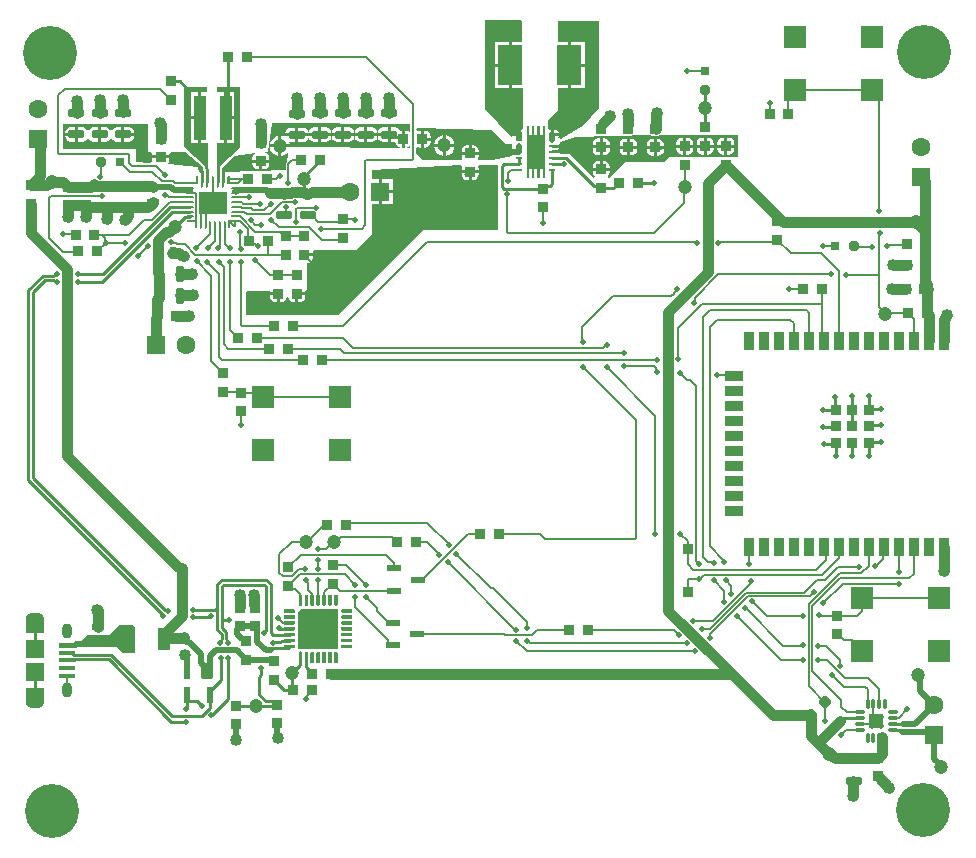
<source format=gtl>
G04*
G04 #@! TF.GenerationSoftware,Altium Limited,Altium Designer,25.8.1 (18)*
G04*
G04 Layer_Physical_Order=1*
G04 Layer_Color=255*
%FSLAX25Y25*%
%MOIN*%
G70*
G04*
G04 #@! TF.SameCoordinates,64F7C8A9-438D-4F9F-9055-C3E4DFCE694A*
G04*
G04*
G04 #@! TF.FilePolarity,Positive*
G04*
G01*
G75*
%ADD14C,0.01000*%
%ADD16C,0.00600*%
%ADD21O,0.02362X0.00945*%
G04:AMPARAMS|DCode=22|XSize=35.43mil|YSize=35.43mil|CornerRadius=8.86mil|HoleSize=0mil|Usage=FLASHONLY|Rotation=270.000|XOffset=0mil|YOffset=0mil|HoleType=Round|Shape=RoundedRectangle|*
%AMROUNDEDRECTD22*
21,1,0.03543,0.01772,0,0,270.0*
21,1,0.01772,0.03543,0,0,270.0*
1,1,0.01772,-0.00886,-0.00886*
1,1,0.01772,-0.00886,0.00886*
1,1,0.01772,0.00886,0.00886*
1,1,0.01772,0.00886,-0.00886*
%
%ADD22ROUNDEDRECTD22*%
G04:AMPARAMS|DCode=23|XSize=35.04mil|YSize=36.61mil|CornerRadius=8.76mil|HoleSize=0mil|Usage=FLASHONLY|Rotation=270.000|XOffset=0mil|YOffset=0mil|HoleType=Round|Shape=RoundedRectangle|*
%AMROUNDEDRECTD23*
21,1,0.03504,0.01909,0,0,270.0*
21,1,0.01752,0.03661,0,0,270.0*
1,1,0.01752,-0.00955,-0.00876*
1,1,0.01752,-0.00955,0.00876*
1,1,0.01752,0.00955,0.00876*
1,1,0.01752,0.00955,-0.00876*
%
%ADD23ROUNDEDRECTD23*%
G04:AMPARAMS|DCode=24|XSize=35.43mil|YSize=35.43mil|CornerRadius=8.86mil|HoleSize=0mil|Usage=FLASHONLY|Rotation=180.000|XOffset=0mil|YOffset=0mil|HoleType=Round|Shape=RoundedRectangle|*
%AMROUNDEDRECTD24*
21,1,0.03543,0.01772,0,0,180.0*
21,1,0.01772,0.03543,0,0,180.0*
1,1,0.01772,-0.00886,0.00886*
1,1,0.01772,0.00886,0.00886*
1,1,0.01772,0.00886,-0.00886*
1,1,0.01772,-0.00886,-0.00886*
%
%ADD24ROUNDEDRECTD24*%
G04:AMPARAMS|DCode=25|XSize=23.23mil|YSize=51.18mil|CornerRadius=1.74mil|HoleSize=0mil|Usage=FLASHONLY|Rotation=180.000|XOffset=0mil|YOffset=0mil|HoleType=Round|Shape=RoundedRectangle|*
%AMROUNDEDRECTD25*
21,1,0.02323,0.04770,0,0,180.0*
21,1,0.01974,0.05118,0,0,180.0*
1,1,0.00348,-0.00987,0.02385*
1,1,0.00348,0.00987,0.02385*
1,1,0.00348,0.00987,-0.02385*
1,1,0.00348,-0.00987,-0.02385*
%
%ADD25ROUNDEDRECTD25*%
%ADD26R,0.06102X0.05906*%
%ADD27R,0.05315X0.01575*%
%ADD28R,0.03150X0.03150*%
%ADD29R,0.03150X0.03150*%
%ADD30R,0.02461X0.03937*%
%ADD31R,0.03937X0.02461*%
G04:AMPARAMS|DCode=32|XSize=35.04mil|YSize=36.61mil|CornerRadius=8.76mil|HoleSize=0mil|Usage=FLASHONLY|Rotation=180.000|XOffset=0mil|YOffset=0mil|HoleType=Round|Shape=RoundedRectangle|*
%AMROUNDEDRECTD32*
21,1,0.03504,0.01909,0,0,180.0*
21,1,0.01752,0.03661,0,0,180.0*
1,1,0.01752,-0.00876,0.00955*
1,1,0.01752,0.00876,0.00955*
1,1,0.01752,0.00876,-0.00955*
1,1,0.01752,-0.00876,-0.00955*
%
%ADD32ROUNDEDRECTD32*%
G04:AMPARAMS|DCode=33|XSize=55.12mil|YSize=27.56mil|CornerRadius=6.89mil|HoleSize=0mil|Usage=FLASHONLY|Rotation=180.000|XOffset=0mil|YOffset=0mil|HoleType=Round|Shape=RoundedRectangle|*
%AMROUNDEDRECTD33*
21,1,0.05512,0.01378,0,0,180.0*
21,1,0.04134,0.02756,0,0,180.0*
1,1,0.01378,-0.02067,0.00689*
1,1,0.01378,0.02067,0.00689*
1,1,0.01378,0.02067,-0.00689*
1,1,0.01378,-0.02067,-0.00689*
%
%ADD33ROUNDEDRECTD33*%
G04:AMPARAMS|DCode=34|XSize=55.12mil|YSize=27.56mil|CornerRadius=6.89mil|HoleSize=0mil|Usage=FLASHONLY|Rotation=90.000|XOffset=0mil|YOffset=0mil|HoleType=Round|Shape=RoundedRectangle|*
%AMROUNDEDRECTD34*
21,1,0.05512,0.01378,0,0,90.0*
21,1,0.04134,0.02756,0,0,90.0*
1,1,0.01378,0.00689,0.02067*
1,1,0.01378,0.00689,-0.02067*
1,1,0.01378,-0.00689,-0.02067*
1,1,0.01378,-0.00689,0.02067*
%
%ADD34ROUNDEDRECTD34*%
G04:AMPARAMS|DCode=36|XSize=7.87mil|YSize=23.62mil|CornerRadius=1.97mil|HoleSize=0mil|Usage=FLASHONLY|Rotation=0.000|XOffset=0mil|YOffset=0mil|HoleType=Round|Shape=RoundedRectangle|*
%AMROUNDEDRECTD36*
21,1,0.00787,0.01968,0,0,0.0*
21,1,0.00394,0.02362,0,0,0.0*
1,1,0.00394,0.00197,-0.00984*
1,1,0.00394,-0.00197,-0.00984*
1,1,0.00394,-0.00197,0.00984*
1,1,0.00394,0.00197,0.00984*
%
%ADD36ROUNDEDRECTD36*%
G04:AMPARAMS|DCode=37|XSize=7.87mil|YSize=39.37mil|CornerRadius=1.97mil|HoleSize=0mil|Usage=FLASHONLY|Rotation=0.000|XOffset=0mil|YOffset=0mil|HoleType=Round|Shape=RoundedRectangle|*
%AMROUNDEDRECTD37*
21,1,0.00787,0.03543,0,0,0.0*
21,1,0.00394,0.03937,0,0,0.0*
1,1,0.00394,0.00197,-0.01772*
1,1,0.00394,-0.00197,-0.01772*
1,1,0.00394,-0.00197,0.01772*
1,1,0.00394,0.00197,0.01772*
%
%ADD37ROUNDEDRECTD37*%
G04:AMPARAMS|DCode=38|XSize=11.81mil|YSize=31.5mil|CornerRadius=2.95mil|HoleSize=0mil|Usage=FLASHONLY|Rotation=90.000|XOffset=0mil|YOffset=0mil|HoleType=Round|Shape=RoundedRectangle|*
%AMROUNDEDRECTD38*
21,1,0.01181,0.02559,0,0,90.0*
21,1,0.00591,0.03150,0,0,90.0*
1,1,0.00591,0.01280,0.00295*
1,1,0.00591,0.01280,-0.00295*
1,1,0.00591,-0.01280,-0.00295*
1,1,0.00591,-0.01280,0.00295*
%
%ADD38ROUNDEDRECTD38*%
G04:AMPARAMS|DCode=39|XSize=11.81mil|YSize=31.5mil|CornerRadius=2.95mil|HoleSize=0mil|Usage=FLASHONLY|Rotation=0.000|XOffset=0mil|YOffset=0mil|HoleType=Round|Shape=RoundedRectangle|*
%AMROUNDEDRECTD39*
21,1,0.01181,0.02559,0,0,0.0*
21,1,0.00591,0.03150,0,0,0.0*
1,1,0.00591,0.00295,-0.01280*
1,1,0.00591,-0.00295,-0.01280*
1,1,0.00591,-0.00295,0.01280*
1,1,0.00591,0.00295,0.01280*
%
%ADD39ROUNDEDRECTD39*%
%ADD40R,0.04842X0.04842*%
%ADD41R,0.03543X0.03543*%
%ADD42R,0.03543X0.05906*%
%ADD43R,0.05906X0.03543*%
G04:AMPARAMS|DCode=44|XSize=26.77mil|YSize=7.87mil|CornerRadius=1.97mil|HoleSize=0mil|Usage=FLASHONLY|Rotation=0.000|XOffset=0mil|YOffset=0mil|HoleType=Round|Shape=RoundedRectangle|*
%AMROUNDEDRECTD44*
21,1,0.02677,0.00394,0,0,0.0*
21,1,0.02284,0.00787,0,0,0.0*
1,1,0.00394,0.01142,-0.00197*
1,1,0.00394,-0.01142,-0.00197*
1,1,0.00394,-0.01142,0.00197*
1,1,0.00394,0.01142,0.00197*
%
%ADD44ROUNDEDRECTD44*%
G04:AMPARAMS|DCode=45|XSize=25.59mil|YSize=7.87mil|CornerRadius=1.97mil|HoleSize=0mil|Usage=FLASHONLY|Rotation=0.000|XOffset=0mil|YOffset=0mil|HoleType=Round|Shape=RoundedRectangle|*
%AMROUNDEDRECTD45*
21,1,0.02559,0.00394,0,0,0.0*
21,1,0.02165,0.00787,0,0,0.0*
1,1,0.00394,0.01083,-0.00197*
1,1,0.00394,-0.01083,-0.00197*
1,1,0.00394,-0.01083,0.00197*
1,1,0.00394,0.01083,0.00197*
%
%ADD45ROUNDEDRECTD45*%
G04:AMPARAMS|DCode=46|XSize=27.56mil|YSize=7.87mil|CornerRadius=1.97mil|HoleSize=0mil|Usage=FLASHONLY|Rotation=0.000|XOffset=0mil|YOffset=0mil|HoleType=Round|Shape=RoundedRectangle|*
%AMROUNDEDRECTD46*
21,1,0.02756,0.00394,0,0,0.0*
21,1,0.02362,0.00787,0,0,0.0*
1,1,0.00394,0.01181,-0.00197*
1,1,0.00394,-0.01181,-0.00197*
1,1,0.00394,-0.01181,0.00197*
1,1,0.00394,0.01181,0.00197*
%
%ADD46ROUNDEDRECTD46*%
G04:AMPARAMS|DCode=47|XSize=7.87mil|YSize=37.4mil|CornerRadius=1.97mil|HoleSize=0mil|Usage=FLASHONLY|Rotation=0.000|XOffset=0mil|YOffset=0mil|HoleType=Round|Shape=RoundedRectangle|*
%AMROUNDEDRECTD47*
21,1,0.00787,0.03347,0,0,0.0*
21,1,0.00394,0.03740,0,0,0.0*
1,1,0.00394,0.00197,-0.01673*
1,1,0.00394,-0.00197,-0.01673*
1,1,0.00394,-0.00197,0.01673*
1,1,0.00394,0.00197,0.01673*
%
%ADD47ROUNDEDRECTD47*%
G04:AMPARAMS|DCode=48|XSize=23.62mil|YSize=7.87mil|CornerRadius=1.97mil|HoleSize=0mil|Usage=FLASHONLY|Rotation=0.000|XOffset=0mil|YOffset=0mil|HoleType=Round|Shape=RoundedRectangle|*
%AMROUNDEDRECTD48*
21,1,0.02362,0.00394,0,0,0.0*
21,1,0.01968,0.00787,0,0,0.0*
1,1,0.00394,0.00984,-0.00197*
1,1,0.00394,-0.00984,-0.00197*
1,1,0.00394,-0.00984,0.00197*
1,1,0.00394,0.00984,0.00197*
%
%ADD48ROUNDEDRECTD48*%
%ADD49R,0.03900X0.07500*%
G04:AMPARAMS|DCode=50|XSize=35.43mil|YSize=35.43mil|CornerRadius=8.86mil|HoleSize=0mil|Usage=FLASHONLY|Rotation=315.000|XOffset=0mil|YOffset=0mil|HoleType=Round|Shape=RoundedRectangle|*
%AMROUNDEDRECTD50*
21,1,0.03543,0.01772,0,0,315.0*
21,1,0.01772,0.03543,0,0,315.0*
1,1,0.01772,0.00000,-0.01253*
1,1,0.01772,-0.01253,0.00000*
1,1,0.01772,0.00000,0.01253*
1,1,0.01772,0.01253,0.00000*
%
%ADD50ROUNDEDRECTD50*%
%ADD51R,0.03858X0.15000*%
%ADD52R,0.04800X0.02200*%
G04:AMPARAMS|DCode=53|XSize=31.5mil|YSize=31.5mil|CornerRadius=7.87mil|HoleSize=0mil|Usage=FLASHONLY|Rotation=90.000|XOffset=0mil|YOffset=0mil|HoleType=Round|Shape=RoundedRectangle|*
%AMROUNDEDRECTD53*
21,1,0.03150,0.01575,0,0,90.0*
21,1,0.01575,0.03150,0,0,90.0*
1,1,0.01575,0.00787,0.00787*
1,1,0.01575,0.00787,-0.00787*
1,1,0.01575,-0.00787,-0.00787*
1,1,0.01575,-0.00787,0.00787*
%
%ADD53ROUNDEDRECTD53*%
G04:AMPARAMS|DCode=54|XSize=31.5mil|YSize=31.5mil|CornerRadius=7.87mil|HoleSize=0mil|Usage=FLASHONLY|Rotation=0.000|XOffset=0mil|YOffset=0mil|HoleType=Round|Shape=RoundedRectangle|*
%AMROUNDEDRECTD54*
21,1,0.03150,0.01575,0,0,0.0*
21,1,0.01575,0.03150,0,0,0.0*
1,1,0.01575,0.00787,-0.00787*
1,1,0.01575,-0.00787,-0.00787*
1,1,0.01575,-0.00787,0.00787*
1,1,0.01575,0.00787,0.00787*
%
%ADD54ROUNDEDRECTD54*%
%ADD55R,0.08300X0.13300*%
G04:AMPARAMS|DCode=56|XSize=38.98mil|YSize=51.18mil|CornerRadius=2.92mil|HoleSize=0mil|Usage=FLASHONLY|Rotation=180.000|XOffset=0mil|YOffset=0mil|HoleType=Round|Shape=RoundedRectangle|*
%AMROUNDEDRECTD56*
21,1,0.03898,0.04534,0,0,180.0*
21,1,0.03313,0.05118,0,0,180.0*
1,1,0.00585,-0.01657,0.02267*
1,1,0.00585,0.01657,0.02267*
1,1,0.00585,0.01657,-0.02267*
1,1,0.00585,-0.01657,-0.02267*
%
%ADD56ROUNDEDRECTD56*%
%ADD71R,0.05000X0.05000*%
%ADD72R,0.00984X0.00984*%
G04:AMPARAMS|DCode=79|XSize=5.91mil|YSize=5.91mil|CornerRadius=1.48mil|HoleSize=0mil|Usage=FLASHONLY|Rotation=0.000|XOffset=0mil|YOffset=0mil|HoleType=Round|Shape=RoundedRectangle|*
%AMROUNDEDRECTD79*
21,1,0.00591,0.00295,0,0,0.0*
21,1,0.00295,0.00591,0,0,0.0*
1,1,0.00295,0.00148,-0.00148*
1,1,0.00295,-0.00148,-0.00148*
1,1,0.00295,-0.00148,0.00148*
1,1,0.00295,0.00148,0.00148*
%
%ADD79ROUNDEDRECTD79*%
G04:AMPARAMS|DCode=80|XSize=7.48mil|YSize=7.48mil|CornerRadius=1.87mil|HoleSize=0mil|Usage=FLASHONLY|Rotation=0.000|XOffset=0mil|YOffset=0mil|HoleType=Round|Shape=RoundedRectangle|*
%AMROUNDEDRECTD80*
21,1,0.00748,0.00374,0,0,0.0*
21,1,0.00374,0.00748,0,0,0.0*
1,1,0.00374,0.00187,-0.00187*
1,1,0.00374,-0.00187,-0.00187*
1,1,0.00374,-0.00187,0.00187*
1,1,0.00374,0.00187,0.00187*
%
%ADD80ROUNDEDRECTD80*%
%ADD93R,0.05906X0.11024*%
%ADD94C,0.04724*%
%ADD95C,0.02000*%
%ADD96C,0.03500*%
%ADD97C,0.01091*%
%ADD98R,0.09300X0.07500*%
%ADD99C,0.01968*%
%ADD100C,0.06299*%
%ADD101R,0.07480X0.07480*%
%ADD102C,0.18000*%
%ADD103O,0.06102X0.03950*%
%ADD104O,0.03500X0.05118*%
%ADD105R,0.06299X0.06299*%
%ADD106C,0.02000*%
%ADD107R,0.06299X0.06299*%
%ADD108C,0.04000*%
G36*
X132000Y240579D02*
Y237831D01*
X131993Y237842D01*
X131369Y238259D01*
X130633Y238405D01*
X130247D01*
Y235597D01*
Y232788D01*
X130633D01*
X131369Y232934D01*
X131993Y233351D01*
X132000Y233362D01*
Y232500D01*
X91833Y232850D01*
X91847Y232900D01*
X89000D01*
Y230053D01*
X89798Y230267D01*
X90564Y230710D01*
X91190Y231336D01*
X91633Y232102D01*
X91741Y232504D01*
X90945Y227857D01*
X90864Y227776D01*
X90709Y227544D01*
X90655Y227271D01*
Y226165D01*
X90500Y225261D01*
X70147Y224750D01*
X70157Y224226D01*
X69887Y224279D01*
X69494D01*
X69259Y224233D01*
X69297Y225900D01*
X73547Y230150D01*
X80332Y230845D01*
X79840Y230516D01*
X79425Y229895D01*
X79280Y229163D01*
Y228787D01*
X82147D01*
X85015D01*
Y229163D01*
X84869Y229895D01*
X84455Y230516D01*
X83834Y230930D01*
X83102Y231076D01*
X82591D01*
X84747Y231297D01*
X85835Y240943D01*
X132000Y240579D01*
D02*
G37*
G36*
X177010Y222670D02*
X176223D01*
Y225721D01*
X175199D01*
Y222670D01*
X174412D01*
Y225721D01*
X173388D01*
Y222670D01*
X172601D01*
Y225721D01*
X171577D01*
Y222670D01*
X170790D01*
Y239993D01*
X171577D01*
Y236942D01*
X172601D01*
Y239993D01*
X173388D01*
Y236942D01*
X174412D01*
Y239993D01*
X175199D01*
Y236942D01*
X176223D01*
Y239993D01*
X177010D01*
Y222670D01*
D02*
G37*
G36*
X241300Y229609D02*
X218409D01*
X216800Y228000D01*
X203500D01*
X198206Y222706D01*
X198151Y222720D01*
X198051Y223005D01*
X197995Y223378D01*
X198362Y223928D01*
X198509Y224664D01*
Y225050D01*
X195700D01*
X192891D01*
Y224664D01*
X193038Y223928D01*
X193455Y223304D01*
X193331Y222665D01*
X193170Y222630D01*
X185200Y230600D01*
X182069D01*
X181886Y230832D01*
X179412D01*
Y231832D01*
X181522D01*
X181508Y231906D01*
X181234Y232316D01*
X181508Y232726D01*
X181522Y232800D01*
X179412D01*
Y233800D01*
X181522D01*
X181516Y233832D01*
X181516Y233890D01*
X181820Y234487D01*
X181900Y234500D01*
X186800Y236300D01*
X212332Y236837D01*
X212745Y236754D01*
X213714D01*
X213781Y236741D01*
X213847Y236754D01*
X214655D01*
X215153Y236854D01*
X215218Y236897D01*
X220100Y237000D01*
X241300D01*
Y229609D01*
D02*
G37*
G36*
X169322Y274822D02*
X169353Y268275D01*
X168930Y267850D01*
X165850D01*
Y260200D01*
Y252550D01*
X169429D01*
X169494Y239174D01*
X168896Y238738D01*
X168888D01*
Y237237D01*
X168388D01*
Y236737D01*
X166269D01*
X166221Y236551D01*
X166200Y236519D01*
X165441Y236448D01*
X156800Y245586D01*
Y275200D01*
X168878D01*
X169322Y274822D01*
D02*
G37*
G36*
X195000Y245891D02*
X189800Y240200D01*
X182127Y235755D01*
X181503Y235987D01*
X181334Y236403D01*
X181508Y236663D01*
X181522Y236737D01*
X179412D01*
Y237237D01*
X178912D01*
Y238738D01*
X178703D01*
X178608Y238719D01*
X178008Y239210D01*
Y241908D01*
X181200Y245100D01*
Y252550D01*
X184550D01*
Y260200D01*
Y267850D01*
X181200D01*
Y275000D01*
X195000D01*
Y245891D01*
D02*
G37*
G36*
X159256Y238698D02*
X164076Y233878D01*
X166000D01*
Y229996D01*
X159473Y228500D01*
X154960D01*
X154639Y229100D01*
X154722Y229223D01*
X154867Y229956D01*
Y230331D01*
X152000D01*
X149133D01*
Y229956D01*
X149278Y229223D01*
X149361Y229100D01*
X149040Y228500D01*
X136300D01*
X133800Y231000D01*
Y232630D01*
X134400Y232951D01*
X134425Y232934D01*
X135161Y232788D01*
X135547D01*
Y235597D01*
Y238405D01*
X135161D01*
X134530Y238280D01*
X133986Y238632D01*
X133960Y238902D01*
X134421Y239383D01*
X159256Y238698D01*
D02*
G37*
G36*
X161300Y205200D02*
X136100D01*
X107900Y177000D01*
X77100D01*
Y184500D01*
X77600Y185000D01*
X84500D01*
X84626Y185126D01*
X85194Y184990D01*
X85210Y184983D01*
Y184600D01*
X88019D01*
Y184100D01*
X88519D01*
Y181292D01*
X88905D01*
X89640Y181438D01*
X90264Y181855D01*
X90681Y182479D01*
X90758Y182866D01*
X91370D01*
X91457Y182429D01*
X91874Y181806D01*
X92497Y181389D01*
X93233Y181242D01*
X93619D01*
Y184051D01*
X94119D01*
Y184551D01*
X96927D01*
Y184937D01*
X97144Y185200D01*
X97600D01*
Y194205D01*
X98269Y194338D01*
X98893Y194755D01*
X99309Y195379D01*
X99456Y196115D01*
Y196501D01*
X96647D01*
Y197501D01*
X99456D01*
Y197886D01*
X99406Y198136D01*
X99787Y198600D01*
X113900D01*
X119400Y204100D01*
Y213900D01*
X121547D01*
Y218050D01*
Y222200D01*
X119400D01*
Y225200D01*
X148946Y226960D01*
X149280Y226379D01*
X149278Y226377D01*
X149133Y225644D01*
Y225269D01*
X152000D01*
X154867D01*
Y225644D01*
X154722Y226377D01*
X154639Y226500D01*
X154960Y227100D01*
X161300D01*
Y205200D01*
D02*
G37*
G36*
X64265Y251677D02*
X63844Y251250D01*
X62347D01*
Y242750D01*
Y234250D01*
X64495D01*
X64547Y230250D01*
X64736Y224859D01*
X64716Y224786D01*
X64293Y224314D01*
X63800Y224637D01*
X63747Y226550D01*
X56547Y233150D01*
Y253050D01*
X64247D01*
X64265Y251677D01*
D02*
G37*
G36*
X75208Y232750D02*
X68547Y226750D01*
X68489Y224577D01*
X68116Y224279D01*
X67722D01*
X67547Y224423D01*
Y234250D01*
X69947D01*
Y242750D01*
Y251250D01*
X67547D01*
Y253050D01*
X75208D01*
Y232750D01*
D02*
G37*
G36*
X44450Y231400D02*
X45478D01*
X45971Y230800D01*
X45930Y230595D01*
Y230219D01*
X48797D01*
X51665D01*
Y230595D01*
X51624Y230800D01*
X52116Y231400D01*
X57061D01*
X63047Y226366D01*
Y224482D01*
X62801Y224279D01*
X62407D01*
X62174Y224233D01*
X61526Y224577D01*
X61300Y226366D01*
X51622Y227185D01*
X51320Y227813D01*
X51519Y228111D01*
X51665Y228843D01*
Y229219D01*
X48797D01*
X45930D01*
Y228843D01*
X46046Y228260D01*
X45691Y227688D01*
X40655Y228114D01*
Y232250D01*
X16147D01*
Y240750D01*
X44450D01*
Y231400D01*
D02*
G37*
G36*
X71691Y223252D02*
X71698D01*
X71710Y223248D01*
X71718D01*
X71730Y223244D01*
X71738Y223240D01*
X71750Y223236D01*
X71758Y223229D01*
X71765Y223224D01*
X71773Y223217D01*
X71781Y223213D01*
X71789Y223205D01*
X71797Y223197D01*
X71805Y223189D01*
X71813Y223181D01*
X71816Y223173D01*
X71824Y223165D01*
X71828Y223158D01*
X71836Y223150D01*
X71840Y223138D01*
X71844Y223130D01*
X71848Y223118D01*
Y223110D01*
X71852Y223098D01*
Y223091D01*
X71856Y223079D01*
Y223071D01*
Y223059D01*
Y221287D01*
X74632D01*
X74643Y221284D01*
X74651D01*
X74663Y221280D01*
X74671D01*
X74683Y221276D01*
X74691Y221272D01*
X74702Y221268D01*
X74710Y221260D01*
X74718Y221256D01*
X74726Y221248D01*
X74734Y221244D01*
X74742Y221236D01*
X74750Y221229D01*
X74757Y221221D01*
X74765Y221213D01*
X74769Y221205D01*
X74777Y221197D01*
X74781Y221189D01*
X74789Y221181D01*
X74793Y221169D01*
X74797Y221162D01*
X74801Y221150D01*
Y221142D01*
X74805Y221130D01*
Y221122D01*
X74809Y221110D01*
Y221102D01*
Y221091D01*
Y220697D01*
Y220685D01*
Y220677D01*
X74805Y220666D01*
Y220658D01*
X74801Y220646D01*
Y220638D01*
X74797Y220626D01*
X74793Y220618D01*
X74789Y220606D01*
X74781Y220599D01*
X74777Y220591D01*
X74769Y220583D01*
X74765Y220575D01*
X74757Y220567D01*
X74750Y220559D01*
X74742Y220551D01*
X74734Y220543D01*
X74726Y220539D01*
X74718Y220532D01*
X74710Y220528D01*
X74702Y220520D01*
X74691Y220516D01*
X74683Y220512D01*
X74671Y220508D01*
X74663D01*
X74651Y220504D01*
X74643D01*
X74632Y220500D01*
X71246D01*
X71234Y220504D01*
X71226D01*
X71214Y220508D01*
X71206D01*
X71194Y220512D01*
X71187Y220516D01*
X71175Y220520D01*
X71167Y220528D01*
X71159Y220532D01*
X71151Y220539D01*
X71143Y220543D01*
X71135Y220551D01*
X71128Y220559D01*
X71120Y220567D01*
X71112Y220575D01*
X71108Y220583D01*
X71100Y220591D01*
X71096Y220599D01*
X71088Y220606D01*
X71084Y220618D01*
X71080Y220626D01*
X71076Y220638D01*
Y220646D01*
X71073Y220658D01*
Y220666D01*
X71069Y220677D01*
Y220685D01*
Y220697D01*
Y223059D01*
Y223071D01*
Y223079D01*
X71073Y223091D01*
Y223098D01*
X71076Y223110D01*
Y223118D01*
X71080Y223130D01*
X71084Y223138D01*
X71088Y223150D01*
X71096Y223158D01*
X71100Y223165D01*
X71108Y223173D01*
X71112Y223181D01*
X71120Y223189D01*
X71128Y223197D01*
X71135Y223205D01*
X71143Y223213D01*
X71151Y223217D01*
X71159Y223224D01*
X71167Y223229D01*
X71175Y223236D01*
X71187Y223240D01*
X71194Y223244D01*
X71206Y223248D01*
X71214D01*
X71226Y223252D01*
X71234D01*
X71246Y223256D01*
X71679D01*
X71691Y223252D01*
D02*
G37*
G36*
X61061D02*
X61068D01*
X61080Y223248D01*
X61088D01*
X61100Y223244D01*
X61108Y223240D01*
X61120Y223236D01*
X61128Y223229D01*
X61136Y223224D01*
X61143Y223217D01*
X61151Y223213D01*
X61159Y223205D01*
X61167Y223197D01*
X61175Y223189D01*
X61183Y223181D01*
X61187Y223173D01*
X61194Y223165D01*
X61198Y223158D01*
X61206Y223150D01*
X61210Y223138D01*
X61214Y223130D01*
X61218Y223118D01*
Y223110D01*
X61222Y223098D01*
Y223091D01*
X61226Y223079D01*
Y223071D01*
Y223059D01*
Y220697D01*
Y220685D01*
Y220677D01*
X61222Y220666D01*
Y220658D01*
X61218Y220646D01*
Y220638D01*
X61214Y220626D01*
X61210Y220618D01*
X61206Y220606D01*
X61198Y220599D01*
X61194Y220591D01*
X61187Y220583D01*
X61183Y220575D01*
X61175Y220567D01*
X61167Y220559D01*
X61159Y220551D01*
X61151Y220543D01*
X61143Y220539D01*
X61136Y220532D01*
X61128Y220528D01*
X61120Y220520D01*
X61108Y220516D01*
X61100Y220512D01*
X61088Y220508D01*
X61080D01*
X61068Y220504D01*
X61061D01*
X61049Y220500D01*
X57663D01*
X57651Y220504D01*
X57643D01*
X57631Y220508D01*
X57624D01*
X57612Y220512D01*
X57604Y220516D01*
X57592Y220520D01*
X57584Y220528D01*
X57576Y220532D01*
X57569Y220539D01*
X57561Y220543D01*
X57553Y220551D01*
X57545Y220559D01*
X57537Y220567D01*
X57529Y220575D01*
X57525Y220583D01*
X57517Y220591D01*
X57513Y220599D01*
X57506Y220606D01*
X57502Y220618D01*
X57498Y220626D01*
X57494Y220638D01*
Y220646D01*
X57490Y220658D01*
Y220666D01*
X57486Y220677D01*
Y220685D01*
Y220697D01*
Y221091D01*
Y221102D01*
Y221110D01*
X57490Y221122D01*
Y221130D01*
X57494Y221142D01*
Y221150D01*
X57498Y221162D01*
X57502Y221169D01*
X57506Y221181D01*
X57513Y221189D01*
X57517Y221197D01*
X57525Y221205D01*
X57529Y221213D01*
X57537Y221221D01*
X57545Y221229D01*
X57553Y221236D01*
X57561Y221244D01*
X57569Y221248D01*
X57576Y221256D01*
X57584Y221260D01*
X57592Y221268D01*
X57604Y221272D01*
X57612Y221276D01*
X57624Y221280D01*
X57631D01*
X57643Y221284D01*
X57651D01*
X57663Y221287D01*
X60439D01*
Y223059D01*
Y223071D01*
Y223079D01*
X60443Y223091D01*
Y223098D01*
X60447Y223110D01*
Y223118D01*
X60450Y223130D01*
X60454Y223138D01*
X60458Y223150D01*
X60466Y223158D01*
X60470Y223165D01*
X60478Y223173D01*
X60482Y223181D01*
X60490Y223189D01*
X60498Y223197D01*
X60505Y223205D01*
X60513Y223213D01*
X60521Y223217D01*
X60529Y223224D01*
X60537Y223229D01*
X60545Y223236D01*
X60557Y223240D01*
X60565Y223244D01*
X60576Y223248D01*
X60584D01*
X60596Y223252D01*
X60604D01*
X60616Y223256D01*
X61049D01*
X61061Y223252D01*
D02*
G37*
G36*
X74643Y208685D02*
X74651D01*
X74663Y208681D01*
X74671D01*
X74683Y208677D01*
X74691Y208673D01*
X74702Y208669D01*
X74710Y208662D01*
X74718Y208658D01*
X74726Y208650D01*
X74734Y208646D01*
X74742Y208638D01*
X74750Y208630D01*
X74757Y208622D01*
X74765Y208614D01*
X74769Y208606D01*
X74777Y208598D01*
X74781Y208591D01*
X74789Y208583D01*
X74793Y208571D01*
X74797Y208563D01*
X74801Y208551D01*
Y208543D01*
X74805Y208532D01*
Y208524D01*
X74809Y208512D01*
Y208504D01*
Y208492D01*
Y208099D01*
Y208087D01*
Y208079D01*
X74805Y208067D01*
Y208059D01*
X74801Y208047D01*
Y208039D01*
X74797Y208028D01*
X74793Y208020D01*
X74789Y208008D01*
X74781Y208000D01*
X74777Y207992D01*
X74769Y207984D01*
X74765Y207977D01*
X74757Y207969D01*
X74750Y207961D01*
X74742Y207953D01*
X74734Y207945D01*
X74726Y207941D01*
X74718Y207933D01*
X74710Y207929D01*
X74702Y207921D01*
X74691Y207917D01*
X74683Y207913D01*
X74671Y207910D01*
X74663D01*
X74651Y207906D01*
X74643D01*
X74632Y207902D01*
X72053D01*
Y206130D01*
Y206118D01*
Y206110D01*
X72049Y206099D01*
Y206091D01*
X72045Y206079D01*
Y206071D01*
X72041Y206059D01*
X72037Y206051D01*
X72033Y206040D01*
X72025Y206032D01*
X72021Y206024D01*
X72013Y206016D01*
X72009Y206008D01*
X72002Y206000D01*
X71994Y205992D01*
X71986Y205984D01*
X71978Y205977D01*
X71970Y205973D01*
X71962Y205965D01*
X71954Y205961D01*
X71947Y205953D01*
X71935Y205949D01*
X71927Y205945D01*
X71915Y205941D01*
X71907D01*
X71895Y205937D01*
X71887D01*
X71876Y205933D01*
X71443D01*
X71431Y205937D01*
X71423D01*
X71411Y205941D01*
X71403D01*
X71391Y205945D01*
X71384Y205949D01*
X71372Y205953D01*
X71364Y205961D01*
X71356Y205965D01*
X71348Y205973D01*
X71340Y205977D01*
X71332Y205984D01*
X71324Y205992D01*
X71316Y206000D01*
X71309Y206008D01*
X71305Y206016D01*
X71297Y206024D01*
X71293Y206032D01*
X71285Y206040D01*
X71281Y206051D01*
X71277Y206059D01*
X71273Y206071D01*
Y206079D01*
X71269Y206091D01*
Y206099D01*
X71265Y206110D01*
Y206118D01*
Y206130D01*
Y208492D01*
Y208504D01*
Y208512D01*
X71269Y208524D01*
Y208532D01*
X71273Y208543D01*
Y208551D01*
X71277Y208563D01*
X71281Y208571D01*
X71285Y208583D01*
X71293Y208591D01*
X71297Y208598D01*
X71305Y208606D01*
X71309Y208614D01*
X71316Y208622D01*
X71324Y208630D01*
X71332Y208638D01*
X71340Y208646D01*
X71348Y208650D01*
X71356Y208658D01*
X71364Y208662D01*
X71372Y208669D01*
X71384Y208673D01*
X71391Y208677D01*
X71403Y208681D01*
X71411D01*
X71423Y208685D01*
X71431D01*
X71443Y208689D01*
X74632D01*
X74643Y208685D01*
D02*
G37*
G36*
X60864D02*
X60872D01*
X60883Y208681D01*
X60891D01*
X60903Y208677D01*
X60911Y208673D01*
X60923Y208669D01*
X60931Y208662D01*
X60939Y208658D01*
X60947Y208650D01*
X60954Y208646D01*
X60962Y208638D01*
X60970Y208630D01*
X60978Y208622D01*
X60986Y208614D01*
X60990Y208606D01*
X60998Y208598D01*
X61002Y208591D01*
X61010Y208583D01*
X61013Y208571D01*
X61017Y208563D01*
X61021Y208551D01*
Y208543D01*
X61025Y208532D01*
Y208524D01*
X61029Y208512D01*
Y208504D01*
Y208492D01*
Y206130D01*
Y206118D01*
Y206110D01*
X61025Y206099D01*
Y206091D01*
X61021Y206079D01*
Y206071D01*
X61017Y206059D01*
X61013Y206051D01*
X61010Y206040D01*
X61002Y206032D01*
X60998Y206024D01*
X60990Y206016D01*
X60986Y206008D01*
X60978Y206000D01*
X60970Y205992D01*
X60962Y205984D01*
X60954Y205977D01*
X60947Y205973D01*
X60939Y205965D01*
X60931Y205961D01*
X60923Y205953D01*
X60911Y205949D01*
X60903Y205945D01*
X60891Y205941D01*
X60883D01*
X60872Y205937D01*
X60864D01*
X60852Y205933D01*
X60419D01*
X60407Y205937D01*
X60399D01*
X60387Y205941D01*
X60379D01*
X60368Y205945D01*
X60360Y205949D01*
X60348Y205953D01*
X60340Y205961D01*
X60332Y205965D01*
X60324Y205973D01*
X60316Y205977D01*
X60309Y205984D01*
X60301Y205992D01*
X60293Y206000D01*
X60285Y206008D01*
X60281Y206016D01*
X60273Y206024D01*
X60269Y206032D01*
X60261Y206040D01*
X60258Y206051D01*
X60254Y206059D01*
X60250Y206071D01*
Y206079D01*
X60246Y206091D01*
Y206099D01*
X60242Y206110D01*
Y206118D01*
Y206130D01*
Y207902D01*
X57663D01*
X57651Y207906D01*
X57643D01*
X57631Y207910D01*
X57624D01*
X57612Y207913D01*
X57604Y207917D01*
X57592Y207921D01*
X57584Y207929D01*
X57576Y207933D01*
X57569Y207941D01*
X57561Y207945D01*
X57553Y207953D01*
X57545Y207961D01*
X57537Y207969D01*
X57529Y207977D01*
X57525Y207984D01*
X57517Y207992D01*
X57513Y208000D01*
X57506Y208008D01*
X57502Y208020D01*
X57498Y208028D01*
X57494Y208039D01*
Y208047D01*
X57490Y208059D01*
Y208067D01*
X57486Y208079D01*
Y208087D01*
Y208099D01*
Y208492D01*
Y208504D01*
Y208512D01*
X57490Y208524D01*
Y208532D01*
X57494Y208543D01*
Y208551D01*
X57498Y208563D01*
X57502Y208571D01*
X57506Y208583D01*
X57513Y208591D01*
X57517Y208598D01*
X57525Y208606D01*
X57529Y208614D01*
X57537Y208622D01*
X57545Y208630D01*
X57553Y208638D01*
X57561Y208646D01*
X57569Y208650D01*
X57576Y208658D01*
X57584Y208662D01*
X57592Y208669D01*
X57604Y208673D01*
X57612Y208677D01*
X57624Y208681D01*
X57631D01*
X57643Y208685D01*
X57651D01*
X57663Y208689D01*
X60852D01*
X60864Y208685D01*
D02*
G37*
G36*
X107796Y80569D02*
Y80538D01*
X107792Y80506D01*
X107788Y80479D01*
X107784Y80447D01*
X107776Y80416D01*
X107768Y80388D01*
X107757Y80357D01*
X107745Y80329D01*
X107733Y80302D01*
X107717Y80274D01*
X107702Y80247D01*
X107682Y80223D01*
X107666Y80199D01*
X107642Y80176D01*
X107623Y80152D01*
X107599Y80132D01*
X107576Y80109D01*
X107552Y80093D01*
X107528Y80073D01*
X107501Y80058D01*
X107473Y80042D01*
X107446Y80030D01*
X107418Y80018D01*
X107387Y80006D01*
X107359Y79998D01*
X107328Y79991D01*
X107296Y79987D01*
X107269Y79983D01*
X107237Y79979D01*
X107174D01*
X107142Y79983D01*
X107115Y79987D01*
X107083Y79991D01*
X107052Y79998D01*
X107024Y80006D01*
X106993Y80018D01*
X106965Y80030D01*
X106938Y80042D01*
X106910Y80058D01*
X106883Y80073D01*
X106859Y80093D01*
X106835Y80109D01*
X106812Y80132D01*
X106788Y80152D01*
X106769Y80176D01*
X106745Y80199D01*
X106729Y80223D01*
X106709Y80247D01*
X106694Y80274D01*
X106678Y80302D01*
X106666Y80329D01*
X106654Y80357D01*
X106642Y80388D01*
X106635Y80416D01*
X106627Y80447D01*
X106623Y80479D01*
X106619Y80506D01*
X106615Y80538D01*
Y80569D01*
Y83719D01*
X107796D01*
Y80569D01*
D02*
G37*
G36*
X105828D02*
Y80538D01*
X105824Y80506D01*
X105820Y80479D01*
X105816Y80447D01*
X105808Y80416D01*
X105800Y80388D01*
X105788Y80357D01*
X105776Y80329D01*
X105765Y80302D01*
X105749Y80274D01*
X105733Y80247D01*
X105713Y80223D01*
X105698Y80199D01*
X105674Y80176D01*
X105654Y80152D01*
X105631Y80132D01*
X105607Y80109D01*
X105584Y80093D01*
X105560Y80073D01*
X105532Y80058D01*
X105505Y80042D01*
X105477Y80030D01*
X105450Y80018D01*
X105418Y80006D01*
X105391Y79998D01*
X105359Y79991D01*
X105328Y79987D01*
X105300Y79983D01*
X105269Y79979D01*
X105206D01*
X105174Y79983D01*
X105147Y79987D01*
X105115Y79991D01*
X105084Y79998D01*
X105056Y80006D01*
X105024Y80018D01*
X104997Y80030D01*
X104969Y80042D01*
X104942Y80058D01*
X104914Y80073D01*
X104891Y80093D01*
X104867Y80109D01*
X104843Y80132D01*
X104820Y80152D01*
X104800Y80176D01*
X104776Y80199D01*
X104761Y80223D01*
X104741Y80247D01*
X104725Y80274D01*
X104709Y80302D01*
X104698Y80329D01*
X104686Y80357D01*
X104674Y80388D01*
X104666Y80416D01*
X104658Y80447D01*
X104654Y80479D01*
X104650Y80506D01*
X104647Y80538D01*
Y80569D01*
Y83719D01*
X105828D01*
Y80569D01*
D02*
G37*
G36*
X103859D02*
Y80538D01*
X103855Y80506D01*
X103851Y80479D01*
X103847Y80447D01*
X103839Y80416D01*
X103832Y80388D01*
X103820Y80357D01*
X103808Y80329D01*
X103796Y80302D01*
X103780Y80274D01*
X103765Y80247D01*
X103745Y80223D01*
X103729Y80199D01*
X103706Y80176D01*
X103686Y80152D01*
X103662Y80132D01*
X103639Y80109D01*
X103615Y80093D01*
X103591Y80073D01*
X103564Y80058D01*
X103536Y80042D01*
X103509Y80030D01*
X103481Y80018D01*
X103450Y80006D01*
X103422Y79998D01*
X103391Y79991D01*
X103359Y79987D01*
X103331Y79983D01*
X103300Y79979D01*
X103237D01*
X103206Y79983D01*
X103178Y79987D01*
X103147Y79991D01*
X103115Y79998D01*
X103087Y80006D01*
X103056Y80018D01*
X103028Y80030D01*
X103001Y80042D01*
X102973Y80058D01*
X102946Y80073D01*
X102922Y80093D01*
X102898Y80109D01*
X102875Y80132D01*
X102851Y80152D01*
X102831Y80176D01*
X102808Y80199D01*
X102792Y80223D01*
X102772Y80247D01*
X102757Y80274D01*
X102741Y80302D01*
X102729Y80329D01*
X102717Y80357D01*
X102706Y80388D01*
X102698Y80416D01*
X102690Y80447D01*
X102686Y80479D01*
X102682Y80506D01*
X102678Y80538D01*
Y80569D01*
Y83719D01*
X103859D01*
Y80569D01*
D02*
G37*
G36*
X101891D02*
Y80538D01*
X101887Y80506D01*
X101883Y80479D01*
X101879Y80447D01*
X101871Y80416D01*
X101863Y80388D01*
X101851Y80357D01*
X101839Y80329D01*
X101828Y80302D01*
X101812Y80274D01*
X101796Y80247D01*
X101776Y80223D01*
X101761Y80199D01*
X101737Y80176D01*
X101717Y80152D01*
X101694Y80132D01*
X101670Y80109D01*
X101646Y80093D01*
X101623Y80073D01*
X101595Y80058D01*
X101568Y80042D01*
X101540Y80030D01*
X101513Y80018D01*
X101481Y80006D01*
X101453Y79998D01*
X101422Y79991D01*
X101391Y79987D01*
X101363Y79983D01*
X101331Y79979D01*
X101268D01*
X101237Y79983D01*
X101209Y79987D01*
X101178Y79991D01*
X101146Y79998D01*
X101119Y80006D01*
X101087Y80018D01*
X101060Y80030D01*
X101032Y80042D01*
X101005Y80058D01*
X100977Y80073D01*
X100953Y80093D01*
X100930Y80109D01*
X100906Y80132D01*
X100883Y80152D01*
X100863Y80176D01*
X100839Y80199D01*
X100824Y80223D01*
X100804Y80247D01*
X100788Y80274D01*
X100772Y80302D01*
X100761Y80329D01*
X100749Y80357D01*
X100737Y80388D01*
X100729Y80416D01*
X100721Y80447D01*
X100717Y80479D01*
X100713Y80506D01*
X100709Y80538D01*
Y80569D01*
Y83719D01*
X101891D01*
Y80569D01*
D02*
G37*
G36*
X99922D02*
Y80538D01*
X99918Y80506D01*
X99914Y80479D01*
X99910Y80447D01*
X99902Y80416D01*
X99894Y80388D01*
X99883Y80357D01*
X99871Y80329D01*
X99859Y80302D01*
X99843Y80274D01*
X99828Y80247D01*
X99808Y80223D01*
X99792Y80199D01*
X99769Y80176D01*
X99749Y80152D01*
X99725Y80132D01*
X99702Y80109D01*
X99678Y80093D01*
X99654Y80073D01*
X99627Y80058D01*
X99599Y80042D01*
X99572Y80030D01*
X99544Y80018D01*
X99513Y80006D01*
X99485Y79998D01*
X99454Y79991D01*
X99422Y79987D01*
X99395Y79983D01*
X99363Y79979D01*
X99300D01*
X99269Y79983D01*
X99241Y79987D01*
X99209Y79991D01*
X99178Y79998D01*
X99150Y80006D01*
X99119Y80018D01*
X99091Y80030D01*
X99064Y80042D01*
X99036Y80058D01*
X99009Y80073D01*
X98985Y80093D01*
X98961Y80109D01*
X98938Y80132D01*
X98914Y80152D01*
X98895Y80176D01*
X98871Y80199D01*
X98855Y80223D01*
X98835Y80247D01*
X98820Y80274D01*
X98804Y80302D01*
X98792Y80329D01*
X98780Y80357D01*
X98769Y80388D01*
X98761Y80416D01*
X98753Y80447D01*
X98749Y80479D01*
X98745Y80506D01*
X98741Y80538D01*
Y80569D01*
Y83719D01*
X99922D01*
Y80569D01*
D02*
G37*
G36*
X97953D02*
Y80538D01*
X97950Y80506D01*
X97946Y80479D01*
X97942Y80447D01*
X97934Y80416D01*
X97926Y80388D01*
X97914Y80357D01*
X97902Y80329D01*
X97891Y80302D01*
X97875Y80274D01*
X97859Y80247D01*
X97839Y80223D01*
X97824Y80199D01*
X97800Y80176D01*
X97780Y80152D01*
X97757Y80132D01*
X97733Y80109D01*
X97710Y80093D01*
X97686Y80073D01*
X97658Y80058D01*
X97631Y80042D01*
X97603Y80030D01*
X97576Y80018D01*
X97544Y80006D01*
X97517Y79998D01*
X97485Y79991D01*
X97453Y79987D01*
X97426Y79983D01*
X97395Y79979D01*
X97332D01*
X97300Y79983D01*
X97272Y79987D01*
X97241Y79991D01*
X97210Y79998D01*
X97182Y80006D01*
X97150Y80018D01*
X97123Y80030D01*
X97095Y80042D01*
X97068Y80058D01*
X97040Y80073D01*
X97017Y80093D01*
X96993Y80109D01*
X96969Y80132D01*
X96946Y80152D01*
X96926Y80176D01*
X96902Y80199D01*
X96887Y80223D01*
X96867Y80247D01*
X96851Y80274D01*
X96835Y80302D01*
X96824Y80329D01*
X96812Y80357D01*
X96800Y80388D01*
X96792Y80416D01*
X96784Y80447D01*
X96780Y80479D01*
X96776Y80506D01*
X96772Y80538D01*
Y80569D01*
Y83719D01*
X97953D01*
Y80569D01*
D02*
G37*
G36*
X95985D02*
Y80538D01*
X95981Y80506D01*
X95977Y80479D01*
X95973Y80447D01*
X95965Y80416D01*
X95957Y80388D01*
X95946Y80357D01*
X95934Y80329D01*
X95922Y80302D01*
X95906Y80274D01*
X95890Y80247D01*
X95871Y80223D01*
X95855Y80199D01*
X95832Y80176D01*
X95812Y80152D01*
X95788Y80132D01*
X95765Y80109D01*
X95741Y80093D01*
X95717Y80073D01*
X95690Y80058D01*
X95662Y80042D01*
X95635Y80030D01*
X95607Y80018D01*
X95576Y80006D01*
X95548Y79998D01*
X95517Y79991D01*
X95485Y79987D01*
X95458Y79983D01*
X95426Y79979D01*
X95363D01*
X95332Y79983D01*
X95304Y79987D01*
X95272Y79991D01*
X95241Y79998D01*
X95213Y80006D01*
X95182Y80018D01*
X95154Y80030D01*
X95127Y80042D01*
X95099Y80058D01*
X95072Y80073D01*
X95048Y80093D01*
X95024Y80109D01*
X95001Y80132D01*
X94977Y80152D01*
X94958Y80176D01*
X94934Y80199D01*
X94918Y80223D01*
X94898Y80247D01*
X94883Y80274D01*
X94867Y80302D01*
X94855Y80329D01*
X94843Y80357D01*
X94832Y80388D01*
X94824Y80416D01*
X94816Y80447D01*
X94812Y80479D01*
X94808Y80506D01*
X94804Y80538D01*
Y80569D01*
Y83719D01*
X95985D01*
Y80569D01*
D02*
G37*
G36*
X112619Y77715D02*
X109438D01*
X109406Y77719D01*
X109379Y77723D01*
X109347Y77727D01*
X109316Y77735D01*
X109288Y77742D01*
X109257Y77754D01*
X109229Y77766D01*
X109202Y77778D01*
X109174Y77794D01*
X109146Y77810D01*
X109123Y77829D01*
X109099Y77845D01*
X109076Y77868D01*
X109052Y77888D01*
X109032Y77912D01*
X109009Y77935D01*
X108993Y77959D01*
X108973Y77983D01*
X108958Y78010D01*
X108942Y78038D01*
X108930Y78065D01*
X108918Y78093D01*
X108906Y78124D01*
X108898Y78152D01*
X108891Y78184D01*
X108887Y78215D01*
X108883Y78242D01*
X108879Y78274D01*
Y78306D01*
Y78337D01*
X108883Y78369D01*
X108887Y78396D01*
X108891Y78428D01*
X108898Y78459D01*
X108906Y78487D01*
X108918Y78518D01*
X108930Y78546D01*
X108942Y78573D01*
X108958Y78601D01*
X108973Y78628D01*
X108993Y78652D01*
X109009Y78676D01*
X109032Y78699D01*
X109052Y78723D01*
X109076Y78742D01*
X109099Y78766D01*
X109123Y78782D01*
X109146Y78802D01*
X109174Y78817D01*
X109202Y78833D01*
X109229Y78845D01*
X109257Y78857D01*
X109288Y78869D01*
X109316Y78876D01*
X109347Y78884D01*
X109379Y78888D01*
X109406Y78892D01*
X109438Y78896D01*
X112619D01*
Y77715D01*
D02*
G37*
G36*
X93194Y78892D02*
X93221Y78888D01*
X93253Y78884D01*
X93284Y78876D01*
X93312Y78869D01*
X93343Y78857D01*
X93371Y78845D01*
X93398Y78833D01*
X93426Y78817D01*
X93454Y78802D01*
X93477Y78782D01*
X93501Y78766D01*
X93524Y78742D01*
X93548Y78723D01*
X93568Y78699D01*
X93591Y78676D01*
X93607Y78652D01*
X93627Y78628D01*
X93642Y78601D01*
X93658Y78573D01*
X93670Y78546D01*
X93682Y78518D01*
X93694Y78487D01*
X93702Y78459D01*
X93709Y78428D01*
X93713Y78396D01*
X93717Y78369D01*
X93721Y78337D01*
Y78306D01*
Y78274D01*
X93717Y78242D01*
X93713Y78215D01*
X93709Y78184D01*
X93702Y78152D01*
X93694Y78124D01*
X93682Y78093D01*
X93670Y78065D01*
X93658Y78038D01*
X93642Y78010D01*
X93627Y77983D01*
X93607Y77959D01*
X93591Y77935D01*
X93568Y77912D01*
X93548Y77888D01*
X93524Y77868D01*
X93501Y77845D01*
X93477Y77829D01*
X93454Y77810D01*
X93426Y77794D01*
X93398Y77778D01*
X93371Y77766D01*
X93343Y77754D01*
X93312Y77742D01*
X93284Y77735D01*
X93253Y77727D01*
X93221Y77723D01*
X93194Y77719D01*
X93162Y77715D01*
X89981D01*
Y78896D01*
X93162D01*
X93194Y78892D01*
D02*
G37*
G36*
X112619Y75747D02*
X109438D01*
X109406Y75750D01*
X109379Y75754D01*
X109347Y75758D01*
X109316Y75766D01*
X109288Y75774D01*
X109257Y75786D01*
X109229Y75798D01*
X109202Y75810D01*
X109174Y75825D01*
X109146Y75841D01*
X109123Y75861D01*
X109099Y75876D01*
X109076Y75900D01*
X109052Y75920D01*
X109032Y75943D01*
X109009Y75967D01*
X108993Y75990D01*
X108973Y76014D01*
X108958Y76042D01*
X108942Y76069D01*
X108930Y76097D01*
X108918Y76124D01*
X108906Y76156D01*
X108898Y76183D01*
X108891Y76215D01*
X108887Y76247D01*
X108883Y76274D01*
X108879Y76306D01*
Y76337D01*
Y76368D01*
X108883Y76400D01*
X108887Y76428D01*
X108891Y76459D01*
X108898Y76490D01*
X108906Y76518D01*
X108918Y76550D01*
X108930Y76577D01*
X108942Y76605D01*
X108958Y76632D01*
X108973Y76660D01*
X108993Y76683D01*
X109009Y76707D01*
X109032Y76731D01*
X109052Y76754D01*
X109076Y76774D01*
X109099Y76798D01*
X109123Y76813D01*
X109146Y76833D01*
X109174Y76849D01*
X109202Y76865D01*
X109229Y76876D01*
X109257Y76888D01*
X109288Y76900D01*
X109316Y76908D01*
X109347Y76916D01*
X109379Y76920D01*
X109406Y76924D01*
X109438Y76928D01*
X112619D01*
Y75747D01*
D02*
G37*
G36*
X93194Y76924D02*
X93221Y76920D01*
X93253Y76916D01*
X93284Y76908D01*
X93312Y76900D01*
X93343Y76888D01*
X93371Y76876D01*
X93398Y76865D01*
X93426Y76849D01*
X93454Y76833D01*
X93477Y76813D01*
X93501Y76798D01*
X93524Y76774D01*
X93548Y76754D01*
X93568Y76731D01*
X93591Y76707D01*
X93607Y76683D01*
X93627Y76660D01*
X93642Y76632D01*
X93658Y76605D01*
X93670Y76577D01*
X93682Y76550D01*
X93694Y76518D01*
X93702Y76490D01*
X93709Y76459D01*
X93713Y76428D01*
X93717Y76400D01*
X93721Y76368D01*
Y76337D01*
Y76306D01*
X93717Y76274D01*
X93713Y76247D01*
X93709Y76215D01*
X93702Y76183D01*
X93694Y76156D01*
X93682Y76124D01*
X93670Y76097D01*
X93658Y76069D01*
X93642Y76042D01*
X93627Y76014D01*
X93607Y75990D01*
X93591Y75967D01*
X93568Y75943D01*
X93548Y75920D01*
X93524Y75900D01*
X93501Y75876D01*
X93477Y75861D01*
X93454Y75841D01*
X93426Y75825D01*
X93398Y75810D01*
X93371Y75798D01*
X93343Y75786D01*
X93312Y75774D01*
X93284Y75766D01*
X93253Y75758D01*
X93221Y75754D01*
X93194Y75750D01*
X93162Y75747D01*
X89981D01*
Y76928D01*
X93162D01*
X93194Y76924D01*
D02*
G37*
G36*
X8086Y77582D02*
X8188Y77574D01*
X8291Y77561D01*
X8392Y77542D01*
X8492Y77518D01*
X8591Y77489D01*
X8688Y77454D01*
X8783Y77415D01*
X8876Y77371D01*
X8967Y77321D01*
X9055Y77267D01*
X9140Y77209D01*
X9222Y77146D01*
X9300Y77079D01*
X9375Y77008D01*
X9446Y76934D01*
X9512Y76855D01*
X9575Y76774D01*
X9634Y76689D01*
X9687Y76601D01*
X9737Y76510D01*
X9781Y76417D01*
X9820Y76322D01*
X9855Y76225D01*
X9884Y76126D01*
X9908Y76026D01*
X9927Y75924D01*
X9940Y75822D01*
X9949Y75720D01*
X9951Y75617D01*
Y70912D01*
X9971D01*
Y70892D01*
X3849D01*
Y75607D01*
X4636D01*
X4638Y75560D01*
X4642Y75509D01*
X4648Y75458D01*
X4658Y75408D01*
X4670Y75358D01*
X4684Y75309D01*
X4701Y75261D01*
X4721Y75213D01*
X4743Y75167D01*
X4767Y75122D01*
X4794Y75078D01*
X4823Y75036D01*
X4854Y74995D01*
X4888Y74956D01*
X4923Y74919D01*
X4960Y74884D01*
X4999Y74850D01*
X5040Y74819D01*
X5082Y74790D01*
X5126Y74764D01*
X5171Y74739D01*
X5217Y74717D01*
X5265Y74697D01*
X5313Y74680D01*
X5362Y74666D01*
X5412Y74654D01*
X5462Y74644D01*
X5513Y74638D01*
X5564Y74634D01*
X5621Y74632D01*
X8179D01*
X8231Y74634D01*
X8282Y74638D01*
X8333Y74644D01*
X8384Y74654D01*
X8434Y74666D01*
X8484Y74681D01*
X8532Y74698D01*
X8580Y74717D01*
X8626Y74740D01*
X8672Y74764D01*
X8716Y74791D01*
X8758Y74820D01*
X8799Y74852D01*
X8838Y74885D01*
X8875Y74921D01*
X8911Y74958D01*
X8944Y74997D01*
X8976Y75038D01*
X9005Y75081D01*
X9032Y75124D01*
X9057Y75170D01*
X9079Y75216D01*
X9098Y75264D01*
X9116Y75312D01*
X9130Y75362D01*
X9142Y75412D01*
X9152Y75463D01*
X9158Y75514D01*
X9162Y75565D01*
X9164Y75617D01*
X9162Y75668D01*
X9158Y75719D01*
X9152Y75770D01*
X9142Y75821D01*
X9130Y75871D01*
X9116Y75921D01*
X9098Y75969D01*
X9079Y76017D01*
X9057Y76063D01*
X9032Y76109D01*
X9005Y76153D01*
X8976Y76195D01*
X8944Y76236D01*
X8911Y76275D01*
X8875Y76313D01*
X8838Y76348D01*
X8799Y76381D01*
X8758Y76413D01*
X8716Y76442D01*
X8672Y76469D01*
X8626Y76494D01*
X8580Y76516D01*
X8532Y76535D01*
X8484Y76553D01*
X8434Y76567D01*
X8384Y76579D01*
X8333Y76589D01*
X8282Y76595D01*
X8231Y76599D01*
X8179Y76601D01*
X5621D01*
X5564Y76600D01*
X5513Y76595D01*
X5462Y76589D01*
X5412Y76579D01*
X5362Y76567D01*
X5313Y76553D01*
X5265Y76536D01*
X5217Y76516D01*
X5171Y76494D01*
X5126Y76470D01*
X5082Y76443D01*
X5040Y76414D01*
X4999Y76383D01*
X4960Y76349D01*
X4923Y76314D01*
X4888Y76277D01*
X4854Y76238D01*
X4823Y76197D01*
X4794Y76155D01*
X4767Y76111D01*
X4743Y76066D01*
X4721Y76020D01*
X4701Y75972D01*
X4684Y75924D01*
X4670Y75875D01*
X4658Y75825D01*
X4648Y75775D01*
X4642Y75724D01*
X4638Y75673D01*
X4636Y75626D01*
X3849D01*
X3852Y75724D01*
X3860Y75827D01*
X3873Y75929D01*
X3892Y76030D01*
X3916Y76130D01*
X3945Y76228D01*
X3979Y76325D01*
X4019Y76420D01*
X4063Y76513D01*
X4112Y76603D01*
X4166Y76691D01*
X4224Y76776D01*
X4286Y76857D01*
X4353Y76935D01*
X4424Y77010D01*
X4499Y77081D01*
X4577Y77148D01*
X4658Y77210D01*
X4743Y77268D01*
X4831Y77322D01*
X4921Y77371D01*
X5014Y77415D01*
X5109Y77455D01*
X5206Y77489D01*
X5304Y77518D01*
X5404Y77542D01*
X5505Y77561D01*
X5607Y77574D01*
X5710Y77582D01*
X5817Y77585D01*
X7983D01*
X8086Y77582D01*
D02*
G37*
G36*
X112619Y73778D02*
X109438D01*
X109406Y73782D01*
X109379Y73786D01*
X109347Y73790D01*
X109316Y73798D01*
X109288Y73805D01*
X109257Y73817D01*
X109229Y73829D01*
X109202Y73841D01*
X109174Y73857D01*
X109146Y73872D01*
X109123Y73892D01*
X109099Y73908D01*
X109076Y73931D01*
X109052Y73951D01*
X109032Y73975D01*
X109009Y73998D01*
X108993Y74022D01*
X108973Y74046D01*
X108958Y74073D01*
X108942Y74101D01*
X108930Y74128D01*
X108918Y74156D01*
X108906Y74187D01*
X108898Y74215D01*
X108891Y74247D01*
X108887Y74278D01*
X108883Y74305D01*
X108879Y74337D01*
Y74369D01*
Y74400D01*
X108883Y74432D01*
X108887Y74459D01*
X108891Y74490D01*
X108898Y74522D01*
X108906Y74550D01*
X108918Y74581D01*
X108930Y74609D01*
X108942Y74636D01*
X108958Y74664D01*
X108973Y74691D01*
X108993Y74715D01*
X109009Y74739D01*
X109032Y74762D01*
X109052Y74786D01*
X109076Y74805D01*
X109099Y74829D01*
X109123Y74845D01*
X109146Y74865D01*
X109174Y74880D01*
X109202Y74896D01*
X109229Y74908D01*
X109257Y74920D01*
X109288Y74932D01*
X109316Y74939D01*
X109347Y74947D01*
X109379Y74951D01*
X109406Y74955D01*
X109438Y74959D01*
X112619D01*
Y73778D01*
D02*
G37*
G36*
X93194Y74955D02*
X93221Y74951D01*
X93253Y74947D01*
X93284Y74939D01*
X93312Y74932D01*
X93343Y74920D01*
X93371Y74908D01*
X93398Y74896D01*
X93426Y74880D01*
X93454Y74865D01*
X93477Y74845D01*
X93501Y74829D01*
X93524Y74805D01*
X93548Y74786D01*
X93568Y74762D01*
X93591Y74739D01*
X93607Y74715D01*
X93627Y74691D01*
X93642Y74664D01*
X93658Y74636D01*
X93670Y74609D01*
X93682Y74581D01*
X93694Y74550D01*
X93702Y74522D01*
X93709Y74490D01*
X93713Y74459D01*
X93717Y74432D01*
X93721Y74400D01*
Y74369D01*
Y74337D01*
X93717Y74305D01*
X93713Y74278D01*
X93709Y74247D01*
X93702Y74215D01*
X93694Y74187D01*
X93682Y74156D01*
X93670Y74128D01*
X93658Y74101D01*
X93642Y74073D01*
X93627Y74046D01*
X93607Y74022D01*
X93591Y73998D01*
X93568Y73975D01*
X93548Y73951D01*
X93524Y73931D01*
X93501Y73908D01*
X93477Y73892D01*
X93454Y73872D01*
X93426Y73857D01*
X93398Y73841D01*
X93371Y73829D01*
X93343Y73817D01*
X93312Y73805D01*
X93284Y73798D01*
X93253Y73790D01*
X93221Y73786D01*
X93194Y73782D01*
X93162Y73778D01*
X89981D01*
Y74959D01*
X93162D01*
X93194Y74955D01*
D02*
G37*
G36*
X112619Y71810D02*
X109438D01*
X109406Y71813D01*
X109379Y71817D01*
X109347Y71821D01*
X109316Y71829D01*
X109288Y71837D01*
X109257Y71849D01*
X109229Y71861D01*
X109202Y71872D01*
X109174Y71888D01*
X109146Y71904D01*
X109123Y71924D01*
X109099Y71939D01*
X109076Y71963D01*
X109052Y71983D01*
X109032Y72006D01*
X109009Y72030D01*
X108993Y72053D01*
X108973Y72077D01*
X108958Y72105D01*
X108942Y72132D01*
X108930Y72160D01*
X108918Y72187D01*
X108906Y72219D01*
X108898Y72246D01*
X108891Y72278D01*
X108887Y72309D01*
X108883Y72337D01*
X108879Y72369D01*
Y72400D01*
Y72431D01*
X108883Y72463D01*
X108887Y72491D01*
X108891Y72522D01*
X108898Y72553D01*
X108906Y72581D01*
X108918Y72613D01*
X108930Y72640D01*
X108942Y72668D01*
X108958Y72695D01*
X108973Y72723D01*
X108993Y72746D01*
X109009Y72770D01*
X109032Y72794D01*
X109052Y72817D01*
X109076Y72837D01*
X109099Y72861D01*
X109123Y72876D01*
X109146Y72896D01*
X109174Y72912D01*
X109202Y72928D01*
X109229Y72939D01*
X109257Y72951D01*
X109288Y72963D01*
X109316Y72971D01*
X109347Y72979D01*
X109379Y72983D01*
X109406Y72987D01*
X109438Y72991D01*
X112619D01*
Y71810D01*
D02*
G37*
G36*
X93194Y72987D02*
X93221Y72983D01*
X93253Y72979D01*
X93284Y72971D01*
X93312Y72963D01*
X93343Y72951D01*
X93371Y72939D01*
X93398Y72928D01*
X93426Y72912D01*
X93454Y72896D01*
X93477Y72876D01*
X93501Y72861D01*
X93524Y72837D01*
X93548Y72817D01*
X93568Y72794D01*
X93591Y72770D01*
X93607Y72746D01*
X93627Y72723D01*
X93642Y72695D01*
X93658Y72668D01*
X93670Y72640D01*
X93682Y72613D01*
X93694Y72581D01*
X93702Y72553D01*
X93709Y72522D01*
X93713Y72491D01*
X93717Y72463D01*
X93721Y72431D01*
Y72400D01*
Y72369D01*
X93717Y72337D01*
X93713Y72309D01*
X93709Y72278D01*
X93702Y72246D01*
X93694Y72219D01*
X93682Y72187D01*
X93670Y72160D01*
X93658Y72132D01*
X93642Y72105D01*
X93627Y72077D01*
X93607Y72053D01*
X93591Y72030D01*
X93568Y72006D01*
X93548Y71983D01*
X93524Y71963D01*
X93501Y71939D01*
X93477Y71924D01*
X93454Y71904D01*
X93426Y71888D01*
X93398Y71872D01*
X93371Y71861D01*
X93343Y71849D01*
X93312Y71837D01*
X93284Y71829D01*
X93253Y71821D01*
X93221Y71817D01*
X93194Y71813D01*
X93162Y71810D01*
X89981D01*
Y72991D01*
X93162D01*
X93194Y72987D01*
D02*
G37*
G36*
X112619Y69841D02*
X109438D01*
X109406Y69845D01*
X109379Y69849D01*
X109347Y69853D01*
X109316Y69861D01*
X109288Y69868D01*
X109257Y69880D01*
X109229Y69892D01*
X109202Y69904D01*
X109174Y69920D01*
X109146Y69935D01*
X109123Y69955D01*
X109099Y69971D01*
X109076Y69994D01*
X109052Y70014D01*
X109032Y70038D01*
X109009Y70061D01*
X108993Y70085D01*
X108973Y70109D01*
X108958Y70136D01*
X108942Y70164D01*
X108930Y70191D01*
X108918Y70219D01*
X108906Y70250D01*
X108898Y70278D01*
X108891Y70310D01*
X108887Y70341D01*
X108883Y70368D01*
X108879Y70400D01*
Y70432D01*
Y70463D01*
X108883Y70495D01*
X108887Y70522D01*
X108891Y70553D01*
X108898Y70585D01*
X108906Y70613D01*
X108918Y70644D01*
X108930Y70672D01*
X108942Y70699D01*
X108958Y70727D01*
X108973Y70754D01*
X108993Y70778D01*
X109009Y70802D01*
X109032Y70825D01*
X109052Y70849D01*
X109076Y70868D01*
X109099Y70892D01*
X109123Y70908D01*
X109146Y70928D01*
X109174Y70943D01*
X109202Y70959D01*
X109229Y70971D01*
X109257Y70983D01*
X109288Y70995D01*
X109316Y71002D01*
X109347Y71010D01*
X109379Y71014D01*
X109406Y71018D01*
X109438Y71022D01*
X112619D01*
Y69841D01*
D02*
G37*
G36*
X93194Y71018D02*
X93221Y71014D01*
X93253Y71010D01*
X93284Y71002D01*
X93312Y70995D01*
X93343Y70983D01*
X93371Y70971D01*
X93398Y70959D01*
X93426Y70943D01*
X93454Y70928D01*
X93477Y70908D01*
X93501Y70892D01*
X93524Y70868D01*
X93548Y70849D01*
X93568Y70825D01*
X93591Y70802D01*
X93607Y70778D01*
X93627Y70754D01*
X93642Y70727D01*
X93658Y70699D01*
X93670Y70672D01*
X93682Y70644D01*
X93694Y70613D01*
X93702Y70585D01*
X93709Y70553D01*
X93713Y70522D01*
X93717Y70495D01*
X93721Y70463D01*
Y70432D01*
Y70400D01*
X93717Y70368D01*
X93713Y70341D01*
X93709Y70310D01*
X93702Y70278D01*
X93694Y70250D01*
X93682Y70219D01*
X93670Y70191D01*
X93658Y70164D01*
X93642Y70136D01*
X93627Y70109D01*
X93607Y70085D01*
X93591Y70061D01*
X93568Y70038D01*
X93548Y70014D01*
X93524Y69994D01*
X93501Y69971D01*
X93477Y69955D01*
X93454Y69935D01*
X93426Y69920D01*
X93398Y69904D01*
X93371Y69892D01*
X93343Y69880D01*
X93312Y69868D01*
X93284Y69861D01*
X93253Y69853D01*
X93221Y69849D01*
X93194Y69845D01*
X93162Y69841D01*
X89981D01*
Y71022D01*
X93162D01*
X93194Y71018D01*
D02*
G37*
G36*
X112619Y67872D02*
X109438D01*
X109406Y67876D01*
X109379Y67880D01*
X109347Y67884D01*
X109316Y67892D01*
X109288Y67900D01*
X109257Y67912D01*
X109229Y67924D01*
X109202Y67935D01*
X109174Y67951D01*
X109146Y67967D01*
X109123Y67987D01*
X109099Y68002D01*
X109076Y68026D01*
X109052Y68046D01*
X109032Y68069D01*
X109009Y68093D01*
X108993Y68116D01*
X108973Y68140D01*
X108958Y68168D01*
X108942Y68195D01*
X108930Y68223D01*
X108918Y68250D01*
X108906Y68282D01*
X108898Y68309D01*
X108891Y68341D01*
X108887Y68372D01*
X108883Y68400D01*
X108879Y68432D01*
Y68463D01*
Y68494D01*
X108883Y68526D01*
X108887Y68554D01*
X108891Y68585D01*
X108898Y68616D01*
X108906Y68644D01*
X108918Y68676D01*
X108930Y68703D01*
X108942Y68731D01*
X108958Y68758D01*
X108973Y68786D01*
X108993Y68809D01*
X109009Y68833D01*
X109032Y68857D01*
X109052Y68880D01*
X109076Y68900D01*
X109099Y68924D01*
X109123Y68939D01*
X109146Y68959D01*
X109174Y68975D01*
X109202Y68990D01*
X109229Y69002D01*
X109257Y69014D01*
X109288Y69026D01*
X109316Y69034D01*
X109347Y69042D01*
X109379Y69046D01*
X109406Y69050D01*
X109438Y69054D01*
X112619D01*
Y67872D01*
D02*
G37*
G36*
X93194Y69050D02*
X93221Y69046D01*
X93253Y69042D01*
X93284Y69034D01*
X93312Y69026D01*
X93343Y69014D01*
X93371Y69002D01*
X93398Y68990D01*
X93426Y68975D01*
X93454Y68959D01*
X93477Y68939D01*
X93501Y68924D01*
X93524Y68900D01*
X93548Y68880D01*
X93568Y68857D01*
X93591Y68833D01*
X93607Y68809D01*
X93627Y68786D01*
X93642Y68758D01*
X93658Y68731D01*
X93670Y68703D01*
X93682Y68676D01*
X93694Y68644D01*
X93702Y68616D01*
X93709Y68585D01*
X93713Y68554D01*
X93717Y68526D01*
X93721Y68494D01*
Y68463D01*
Y68432D01*
X93717Y68400D01*
X93713Y68372D01*
X93709Y68341D01*
X93702Y68309D01*
X93694Y68282D01*
X93682Y68250D01*
X93670Y68223D01*
X93658Y68195D01*
X93642Y68168D01*
X93627Y68140D01*
X93607Y68116D01*
X93591Y68093D01*
X93568Y68069D01*
X93548Y68046D01*
X93524Y68026D01*
X93501Y68002D01*
X93477Y67987D01*
X93454Y67967D01*
X93426Y67951D01*
X93398Y67935D01*
X93371Y67924D01*
X93343Y67912D01*
X93312Y67900D01*
X93284Y67892D01*
X93253Y67884D01*
X93221Y67880D01*
X93194Y67876D01*
X93162Y67872D01*
X89981D01*
Y69054D01*
X93162D01*
X93194Y69050D01*
D02*
G37*
G36*
X112619Y65904D02*
X109438D01*
X109406Y65908D01*
X109379Y65912D01*
X109347Y65916D01*
X109316Y65924D01*
X109288Y65931D01*
X109257Y65943D01*
X109229Y65955D01*
X109202Y65967D01*
X109174Y65983D01*
X109146Y65998D01*
X109123Y66018D01*
X109099Y66034D01*
X109076Y66057D01*
X109052Y66077D01*
X109032Y66101D01*
X109009Y66124D01*
X108993Y66148D01*
X108973Y66172D01*
X108958Y66199D01*
X108942Y66227D01*
X108930Y66254D01*
X108918Y66282D01*
X108906Y66313D01*
X108898Y66341D01*
X108891Y66372D01*
X108887Y66404D01*
X108883Y66431D01*
X108879Y66463D01*
Y66495D01*
Y66526D01*
X108883Y66558D01*
X108887Y66585D01*
X108891Y66616D01*
X108898Y66648D01*
X108906Y66676D01*
X108918Y66707D01*
X108930Y66735D01*
X108942Y66762D01*
X108958Y66790D01*
X108973Y66817D01*
X108993Y66841D01*
X109009Y66865D01*
X109032Y66888D01*
X109052Y66912D01*
X109076Y66931D01*
X109099Y66955D01*
X109123Y66971D01*
X109146Y66991D01*
X109174Y67006D01*
X109202Y67022D01*
X109229Y67034D01*
X109257Y67046D01*
X109288Y67058D01*
X109316Y67065D01*
X109347Y67073D01*
X109379Y67077D01*
X109406Y67081D01*
X109438Y67085D01*
X112619D01*
Y65904D01*
D02*
G37*
G36*
X93194Y67081D02*
X93221Y67077D01*
X93253Y67073D01*
X93284Y67065D01*
X93312Y67058D01*
X93343Y67046D01*
X93371Y67034D01*
X93398Y67022D01*
X93426Y67006D01*
X93454Y66991D01*
X93477Y66971D01*
X93501Y66955D01*
X93524Y66931D01*
X93548Y66912D01*
X93568Y66888D01*
X93591Y66865D01*
X93607Y66841D01*
X93627Y66817D01*
X93642Y66790D01*
X93658Y66762D01*
X93670Y66735D01*
X93682Y66707D01*
X93694Y66676D01*
X93702Y66648D01*
X93709Y66616D01*
X93713Y66585D01*
X93717Y66558D01*
X93721Y66526D01*
Y66495D01*
Y66463D01*
X93717Y66431D01*
X93713Y66404D01*
X93709Y66372D01*
X93702Y66341D01*
X93694Y66313D01*
X93682Y66282D01*
X93670Y66254D01*
X93658Y66227D01*
X93642Y66199D01*
X93627Y66172D01*
X93607Y66148D01*
X93591Y66124D01*
X93568Y66101D01*
X93548Y66077D01*
X93524Y66057D01*
X93501Y66034D01*
X93477Y66018D01*
X93454Y65998D01*
X93426Y65983D01*
X93398Y65967D01*
X93371Y65955D01*
X93343Y65943D01*
X93312Y65931D01*
X93284Y65924D01*
X93253Y65916D01*
X93221Y65912D01*
X93194Y65908D01*
X93162Y65904D01*
X89981D01*
Y67085D01*
X93162D01*
X93194Y67081D01*
D02*
G37*
G36*
X107895Y65806D02*
X94705D01*
Y78010D01*
X95690Y78995D01*
X107895D01*
Y65806D01*
D02*
G37*
G36*
X40200Y73100D02*
Y64400D01*
X36300D01*
X36250Y64350D01*
X34300Y66300D01*
X21100D01*
X20700Y65900D01*
X20600Y66000D01*
X15000D01*
X14900Y66100D01*
Y67700D01*
X19800D01*
X20400Y68300D01*
Y68400D01*
X22200D01*
X24200Y70400D01*
X31700D01*
X34950Y73650D01*
X39650D01*
X40200Y73100D01*
D02*
G37*
G36*
X107269Y64817D02*
X107296Y64813D01*
X107328Y64810D01*
X107359Y64802D01*
X107387Y64794D01*
X107418Y64782D01*
X107446Y64770D01*
X107473Y64758D01*
X107501Y64742D01*
X107528Y64727D01*
X107552Y64707D01*
X107576Y64691D01*
X107599Y64668D01*
X107623Y64648D01*
X107642Y64624D01*
X107666Y64601D01*
X107682Y64577D01*
X107702Y64553D01*
X107717Y64526D01*
X107733Y64498D01*
X107745Y64471D01*
X107757Y64443D01*
X107768Y64412D01*
X107776Y64384D01*
X107784Y64353D01*
X107788Y64321D01*
X107792Y64294D01*
X107796Y64262D01*
Y64231D01*
Y61081D01*
X106615D01*
Y64231D01*
Y64262D01*
X106619Y64294D01*
X106623Y64321D01*
X106627Y64353D01*
X106635Y64384D01*
X106642Y64412D01*
X106654Y64443D01*
X106666Y64471D01*
X106678Y64498D01*
X106694Y64526D01*
X106709Y64553D01*
X106729Y64577D01*
X106745Y64601D01*
X106769Y64624D01*
X106788Y64648D01*
X106812Y64668D01*
X106835Y64691D01*
X106859Y64707D01*
X106883Y64727D01*
X106910Y64742D01*
X106938Y64758D01*
X106965Y64770D01*
X106993Y64782D01*
X107024Y64794D01*
X107052Y64802D01*
X107083Y64810D01*
X107115Y64813D01*
X107142Y64817D01*
X107174Y64821D01*
X107237D01*
X107269Y64817D01*
D02*
G37*
G36*
X105300D02*
X105328Y64813D01*
X105359Y64810D01*
X105391Y64802D01*
X105418Y64794D01*
X105450Y64782D01*
X105477Y64770D01*
X105505Y64758D01*
X105532Y64742D01*
X105560Y64727D01*
X105584Y64707D01*
X105607Y64691D01*
X105631Y64668D01*
X105654Y64648D01*
X105674Y64624D01*
X105698Y64601D01*
X105713Y64577D01*
X105733Y64553D01*
X105749Y64526D01*
X105765Y64498D01*
X105776Y64471D01*
X105788Y64443D01*
X105800Y64412D01*
X105808Y64384D01*
X105816Y64353D01*
X105820Y64321D01*
X105824Y64294D01*
X105828Y64262D01*
Y64231D01*
Y61081D01*
X104647D01*
Y64231D01*
Y64262D01*
X104650Y64294D01*
X104654Y64321D01*
X104658Y64353D01*
X104666Y64384D01*
X104674Y64412D01*
X104686Y64443D01*
X104698Y64471D01*
X104709Y64498D01*
X104725Y64526D01*
X104741Y64553D01*
X104761Y64577D01*
X104776Y64601D01*
X104800Y64624D01*
X104820Y64648D01*
X104843Y64668D01*
X104867Y64691D01*
X104891Y64707D01*
X104914Y64727D01*
X104942Y64742D01*
X104969Y64758D01*
X104997Y64770D01*
X105024Y64782D01*
X105056Y64794D01*
X105084Y64802D01*
X105115Y64810D01*
X105147Y64813D01*
X105174Y64817D01*
X105206Y64821D01*
X105269D01*
X105300Y64817D01*
D02*
G37*
G36*
X103331D02*
X103359Y64813D01*
X103391Y64810D01*
X103422Y64802D01*
X103450Y64794D01*
X103481Y64782D01*
X103509Y64770D01*
X103536Y64758D01*
X103564Y64742D01*
X103591Y64727D01*
X103615Y64707D01*
X103639Y64691D01*
X103662Y64668D01*
X103686Y64648D01*
X103706Y64624D01*
X103729Y64601D01*
X103745Y64577D01*
X103765Y64553D01*
X103780Y64526D01*
X103796Y64498D01*
X103808Y64471D01*
X103820Y64443D01*
X103832Y64412D01*
X103839Y64384D01*
X103847Y64353D01*
X103851Y64321D01*
X103855Y64294D01*
X103859Y64262D01*
Y64231D01*
Y61081D01*
X102678D01*
Y64231D01*
Y64262D01*
X102682Y64294D01*
X102686Y64321D01*
X102690Y64353D01*
X102698Y64384D01*
X102706Y64412D01*
X102717Y64443D01*
X102729Y64471D01*
X102741Y64498D01*
X102757Y64526D01*
X102772Y64553D01*
X102792Y64577D01*
X102808Y64601D01*
X102831Y64624D01*
X102851Y64648D01*
X102875Y64668D01*
X102898Y64691D01*
X102922Y64707D01*
X102946Y64727D01*
X102973Y64742D01*
X103001Y64758D01*
X103028Y64770D01*
X103056Y64782D01*
X103087Y64794D01*
X103115Y64802D01*
X103147Y64810D01*
X103178Y64813D01*
X103206Y64817D01*
X103237Y64821D01*
X103300D01*
X103331Y64817D01*
D02*
G37*
G36*
X101363D02*
X101391Y64813D01*
X101422Y64810D01*
X101453Y64802D01*
X101481Y64794D01*
X101513Y64782D01*
X101540Y64770D01*
X101568Y64758D01*
X101595Y64742D01*
X101623Y64727D01*
X101646Y64707D01*
X101670Y64691D01*
X101694Y64668D01*
X101717Y64648D01*
X101737Y64624D01*
X101761Y64601D01*
X101776Y64577D01*
X101796Y64553D01*
X101812Y64526D01*
X101828Y64498D01*
X101839Y64471D01*
X101851Y64443D01*
X101863Y64412D01*
X101871Y64384D01*
X101879Y64353D01*
X101883Y64321D01*
X101887Y64294D01*
X101891Y64262D01*
Y64231D01*
Y61081D01*
X100709D01*
Y64231D01*
Y64262D01*
X100713Y64294D01*
X100717Y64321D01*
X100721Y64353D01*
X100729Y64384D01*
X100737Y64412D01*
X100749Y64443D01*
X100761Y64471D01*
X100772Y64498D01*
X100788Y64526D01*
X100804Y64553D01*
X100824Y64577D01*
X100839Y64601D01*
X100863Y64624D01*
X100883Y64648D01*
X100906Y64668D01*
X100930Y64691D01*
X100953Y64707D01*
X100977Y64727D01*
X101005Y64742D01*
X101032Y64758D01*
X101060Y64770D01*
X101087Y64782D01*
X101119Y64794D01*
X101146Y64802D01*
X101178Y64810D01*
X101209Y64813D01*
X101237Y64817D01*
X101268Y64821D01*
X101331D01*
X101363Y64817D01*
D02*
G37*
G36*
X99395D02*
X99422Y64813D01*
X99454Y64810D01*
X99485Y64802D01*
X99513Y64794D01*
X99544Y64782D01*
X99572Y64770D01*
X99599Y64758D01*
X99627Y64742D01*
X99654Y64727D01*
X99678Y64707D01*
X99702Y64691D01*
X99725Y64668D01*
X99749Y64648D01*
X99769Y64624D01*
X99792Y64601D01*
X99808Y64577D01*
X99828Y64553D01*
X99843Y64526D01*
X99859Y64498D01*
X99871Y64471D01*
X99883Y64443D01*
X99894Y64412D01*
X99902Y64384D01*
X99910Y64353D01*
X99914Y64321D01*
X99918Y64294D01*
X99922Y64262D01*
Y64231D01*
Y61081D01*
X98741D01*
Y64231D01*
Y64262D01*
X98745Y64294D01*
X98749Y64321D01*
X98753Y64353D01*
X98761Y64384D01*
X98769Y64412D01*
X98780Y64443D01*
X98792Y64471D01*
X98804Y64498D01*
X98820Y64526D01*
X98835Y64553D01*
X98855Y64577D01*
X98871Y64601D01*
X98895Y64624D01*
X98914Y64648D01*
X98938Y64668D01*
X98961Y64691D01*
X98985Y64707D01*
X99009Y64727D01*
X99036Y64742D01*
X99064Y64758D01*
X99091Y64770D01*
X99119Y64782D01*
X99150Y64794D01*
X99178Y64802D01*
X99209Y64810D01*
X99241Y64813D01*
X99269Y64817D01*
X99300Y64821D01*
X99363D01*
X99395Y64817D01*
D02*
G37*
G36*
X97426D02*
X97453Y64813D01*
X97485Y64810D01*
X97517Y64802D01*
X97544Y64794D01*
X97576Y64782D01*
X97603Y64770D01*
X97631Y64758D01*
X97658Y64742D01*
X97686Y64727D01*
X97710Y64707D01*
X97733Y64691D01*
X97757Y64668D01*
X97780Y64648D01*
X97800Y64624D01*
X97824Y64601D01*
X97839Y64577D01*
X97859Y64553D01*
X97875Y64526D01*
X97891Y64498D01*
X97902Y64471D01*
X97914Y64443D01*
X97926Y64412D01*
X97934Y64384D01*
X97942Y64353D01*
X97946Y64321D01*
X97950Y64294D01*
X97953Y64262D01*
Y64231D01*
Y61081D01*
X96772D01*
Y64231D01*
Y64262D01*
X96776Y64294D01*
X96780Y64321D01*
X96784Y64353D01*
X96792Y64384D01*
X96800Y64412D01*
X96812Y64443D01*
X96824Y64471D01*
X96835Y64498D01*
X96851Y64526D01*
X96867Y64553D01*
X96887Y64577D01*
X96902Y64601D01*
X96926Y64624D01*
X96946Y64648D01*
X96969Y64668D01*
X96993Y64691D01*
X97017Y64707D01*
X97040Y64727D01*
X97068Y64742D01*
X97095Y64758D01*
X97123Y64770D01*
X97150Y64782D01*
X97182Y64794D01*
X97210Y64802D01*
X97241Y64810D01*
X97272Y64813D01*
X97300Y64817D01*
X97332Y64821D01*
X97395D01*
X97426Y64817D01*
D02*
G37*
G36*
X95458D02*
X95485Y64813D01*
X95517Y64810D01*
X95548Y64802D01*
X95576Y64794D01*
X95607Y64782D01*
X95635Y64770D01*
X95662Y64758D01*
X95690Y64742D01*
X95717Y64727D01*
X95741Y64707D01*
X95765Y64691D01*
X95788Y64668D01*
X95812Y64648D01*
X95832Y64624D01*
X95855Y64601D01*
X95871Y64577D01*
X95890Y64553D01*
X95906Y64526D01*
X95922Y64498D01*
X95934Y64471D01*
X95946Y64443D01*
X95957Y64412D01*
X95965Y64384D01*
X95973Y64353D01*
X95977Y64321D01*
X95981Y64294D01*
X95985Y64262D01*
Y64231D01*
Y61081D01*
X94804D01*
Y64231D01*
Y64262D01*
X94808Y64294D01*
X94812Y64321D01*
X94816Y64353D01*
X94824Y64384D01*
X94832Y64412D01*
X94843Y64443D01*
X94855Y64471D01*
X94867Y64498D01*
X94883Y64526D01*
X94898Y64553D01*
X94918Y64577D01*
X94934Y64601D01*
X94958Y64624D01*
X94977Y64648D01*
X95001Y64668D01*
X95024Y64691D01*
X95048Y64707D01*
X95072Y64727D01*
X95099Y64742D01*
X95127Y64758D01*
X95154Y64770D01*
X95182Y64782D01*
X95213Y64794D01*
X95241Y64802D01*
X95272Y64810D01*
X95304Y64813D01*
X95332Y64817D01*
X95363Y64821D01*
X95426D01*
X95458Y64817D01*
D02*
G37*
G36*
X9951Y48067D02*
X9164D01*
X9162Y48114D01*
X9158Y48165D01*
X9152Y48216D01*
X9142Y48266D01*
X9130Y48316D01*
X9116Y48365D01*
X9099Y48413D01*
X9079Y48461D01*
X9057Y48507D01*
X9033Y48552D01*
X9006Y48596D01*
X8977Y48638D01*
X8946Y48679D01*
X8912Y48718D01*
X8877Y48755D01*
X8840Y48790D01*
X8801Y48823D01*
X8760Y48855D01*
X8718Y48884D01*
X8674Y48910D01*
X8629Y48935D01*
X8583Y48957D01*
X8535Y48977D01*
X8487Y48994D01*
X8438Y49008D01*
X8388Y49020D01*
X8338Y49030D01*
X8287Y49036D01*
X8236Y49040D01*
X8179Y49042D01*
X5621D01*
X5569Y49040D01*
X5518Y49036D01*
X5466Y49030D01*
X5416Y49020D01*
X5366Y49008D01*
X5316Y48994D01*
X5268Y48976D01*
X5220Y48957D01*
X5174Y48935D01*
X5128Y48910D01*
X5084Y48883D01*
X5042Y48854D01*
X5001Y48822D01*
X4962Y48789D01*
X4924Y48753D01*
X4889Y48716D01*
X4856Y48677D01*
X4824Y48636D01*
X4795Y48594D01*
X4768Y48550D01*
X4744Y48504D01*
X4721Y48458D01*
X4702Y48410D01*
X4684Y48362D01*
X4670Y48312D01*
X4658Y48262D01*
X4648Y48212D01*
X4642Y48160D01*
X4638Y48109D01*
X4636Y48057D01*
X4638Y48006D01*
X4642Y47955D01*
X4648Y47903D01*
X4658Y47853D01*
X4670Y47803D01*
X4684Y47753D01*
X4702Y47705D01*
X4721Y47657D01*
X4744Y47611D01*
X4768Y47565D01*
X4795Y47521D01*
X4824Y47479D01*
X4856Y47438D01*
X4889Y47399D01*
X4924Y47361D01*
X4962Y47326D01*
X5001Y47293D01*
X5042Y47261D01*
X5084Y47232D01*
X5128Y47205D01*
X5174Y47181D01*
X5220Y47158D01*
X5268Y47139D01*
X5316Y47121D01*
X5366Y47107D01*
X5416Y47095D01*
X5466Y47085D01*
X5518Y47079D01*
X5569Y47075D01*
X5621Y47073D01*
X8179D01*
X8236Y47075D01*
X8287Y47079D01*
X8338Y47085D01*
X8388Y47095D01*
X8438Y47107D01*
X8487Y47121D01*
X8535Y47138D01*
X8583Y47158D01*
X8629Y47180D01*
X8674Y47204D01*
X8718Y47231D01*
X8760Y47260D01*
X8801Y47291D01*
X8840Y47325D01*
X8877Y47360D01*
X8912Y47397D01*
X8946Y47436D01*
X8977Y47477D01*
X9006Y47519D01*
X9033Y47563D01*
X9057Y47608D01*
X9079Y47654D01*
X9099Y47702D01*
X9116Y47750D01*
X9130Y47799D01*
X9142Y47849D01*
X9152Y47899D01*
X9158Y47950D01*
X9162Y48001D01*
X9164Y48048D01*
X9951D01*
X9949Y47950D01*
X9940Y47847D01*
X9927Y47745D01*
X9908Y47644D01*
X9884Y47544D01*
X9855Y47446D01*
X9821Y47349D01*
X9781Y47254D01*
X9737Y47161D01*
X9688Y47071D01*
X9634Y46983D01*
X9576Y46898D01*
X9514Y46817D01*
X9447Y46739D01*
X9376Y46664D01*
X9302Y46593D01*
X9223Y46527D01*
X9142Y46464D01*
X9057Y46406D01*
X8969Y46352D01*
X8879Y46303D01*
X8786Y46259D01*
X8691Y46219D01*
X8594Y46185D01*
X8496Y46156D01*
X8396Y46132D01*
X8295Y46113D01*
X8193Y46100D01*
X8090Y46092D01*
X7983Y46089D01*
X5817D01*
X5714Y46092D01*
X5612Y46100D01*
X5509Y46113D01*
X5408Y46132D01*
X5308Y46156D01*
X5209Y46185D01*
X5112Y46220D01*
X5017Y46259D01*
X4924Y46303D01*
X4833Y46353D01*
X4745Y46407D01*
X4660Y46465D01*
X4578Y46528D01*
X4500Y46595D01*
X4425Y46665D01*
X4354Y46740D01*
X4287Y46819D01*
X4225Y46900D01*
X4166Y46985D01*
X4113Y47073D01*
X4063Y47164D01*
X4019Y47257D01*
X3980Y47352D01*
X3945Y47449D01*
X3916Y47548D01*
X3892Y47648D01*
X3873Y47750D01*
X3860Y47852D01*
X3852Y47954D01*
X3849Y48057D01*
Y52762D01*
X3829D01*
Y52782D01*
X9951D01*
Y48067D01*
D02*
G37*
%LPC*%
G36*
X119314Y239518D02*
X117747D01*
Y237607D01*
X121036D01*
Y237796D01*
X120905Y238455D01*
X120532Y239014D01*
X119973Y239387D01*
X119314Y239518D01*
D02*
G37*
G36*
X103914D02*
X102347D01*
Y237607D01*
X105636D01*
Y237796D01*
X105505Y238455D01*
X105132Y239014D01*
X104573Y239387D01*
X103914Y239518D01*
D02*
G37*
G36*
X111614D02*
X110047D01*
Y237607D01*
X113336D01*
Y237796D01*
X113205Y238455D01*
X112832Y239014D01*
X112273Y239387D01*
X111614Y239518D01*
D02*
G37*
G36*
X116747D02*
X115180D01*
X114521Y239387D01*
X113963Y239014D01*
X113589Y238455D01*
X113458Y237796D01*
Y237607D01*
X116747D01*
Y239518D01*
D02*
G37*
G36*
X124447D02*
X122880D01*
X122221Y239387D01*
X121663Y239014D01*
X121289Y238455D01*
X121158Y237796D01*
Y237607D01*
X124447D01*
Y239518D01*
D02*
G37*
G36*
X109047D02*
X107480D01*
X106821Y239387D01*
X106263Y239014D01*
X105889Y238455D01*
X105758Y237796D01*
Y237607D01*
X109047D01*
Y239518D01*
D02*
G37*
G36*
X101347D02*
X99780D01*
X99121Y239387D01*
X98563Y239014D01*
X98189Y238455D01*
X98058Y237796D01*
Y237607D01*
X101347D01*
Y239518D01*
D02*
G37*
G36*
X96214Y239418D02*
X94647D01*
Y237507D01*
X97936D01*
Y237696D01*
X97805Y238355D01*
X97432Y238913D01*
X96873Y239287D01*
X96214Y239418D01*
D02*
G37*
G36*
X93647D02*
X92080D01*
X91421Y239287D01*
X90863Y238913D01*
X90489Y238355D01*
X90358Y237696D01*
Y237507D01*
X93647D01*
Y239418D01*
D02*
G37*
G36*
X124447Y236607D02*
X121158D01*
Y236418D01*
X121289Y235759D01*
X121663Y235200D01*
X122221Y234827D01*
X122880Y234696D01*
X124447D01*
Y236607D01*
D02*
G37*
G36*
X121036D02*
X117747D01*
Y234696D01*
X119314D01*
X119973Y234827D01*
X120532Y235200D01*
X120905Y235759D01*
X121036Y236418D01*
Y236607D01*
D02*
G37*
G36*
X116747D02*
X113458D01*
Y236418D01*
X113589Y235759D01*
X113963Y235200D01*
X114521Y234827D01*
X115180Y234696D01*
X116747D01*
Y236607D01*
D02*
G37*
G36*
X113336D02*
X110047D01*
Y234696D01*
X111614D01*
X112273Y234827D01*
X112832Y235200D01*
X113205Y235759D01*
X113336Y236418D01*
Y236607D01*
D02*
G37*
G36*
X109047D02*
X105758D01*
Y236418D01*
X105889Y235759D01*
X106263Y235200D01*
X106821Y234827D01*
X107480Y234696D01*
X109047D01*
Y236607D01*
D02*
G37*
G36*
X105636D02*
X102347D01*
Y234696D01*
X103914D01*
X104573Y234827D01*
X105132Y235200D01*
X105505Y235759D01*
X105636Y236418D01*
Y236607D01*
D02*
G37*
G36*
X101347D02*
X98058D01*
Y236418D01*
X98189Y235759D01*
X98563Y235200D01*
X99121Y234827D01*
X99780Y234696D01*
X101347D01*
Y236607D01*
D02*
G37*
G36*
X97936Y236507D02*
X94647D01*
Y234596D01*
X96214D01*
X96873Y234727D01*
X97432Y235100D01*
X97805Y235659D01*
X97936Y236318D01*
Y236507D01*
D02*
G37*
G36*
X89000Y236747D02*
Y233900D01*
X91847D01*
X91637Y234684D01*
X92080Y234596D01*
X93647D01*
Y236507D01*
X90358D01*
Y236318D01*
X90383Y236195D01*
X89798Y236533D01*
X89000Y236747D01*
D02*
G37*
G36*
X88000D02*
X87202Y236533D01*
X86436Y236090D01*
X85810Y235464D01*
X85367Y234698D01*
X85153Y233900D01*
X88000D01*
Y236747D01*
D02*
G37*
G36*
X127014Y239518D02*
X125447D01*
Y237107D01*
Y234696D01*
X126942D01*
X127085Y233975D01*
X127502Y233351D01*
X128126Y232934D01*
X128861Y232788D01*
X129247D01*
Y235597D01*
Y238405D01*
X128861D01*
X128624Y238358D01*
X128605Y238455D01*
X128232Y239014D01*
X127673Y239387D01*
X127014Y239518D01*
D02*
G37*
G36*
X88000Y232900D02*
X85153D01*
X85367Y232102D01*
X85810Y231336D01*
X86436Y230710D01*
X87202Y230267D01*
X88000Y230053D01*
Y232900D01*
D02*
G37*
G36*
X85015Y227787D02*
X82647D01*
Y225498D01*
X83102D01*
X83834Y225644D01*
X84455Y226059D01*
X84869Y226679D01*
X85015Y227411D01*
Y227787D01*
D02*
G37*
G36*
X81647D02*
X79280D01*
Y227411D01*
X79425Y226679D01*
X79840Y226059D01*
X80461Y225644D01*
X81192Y225498D01*
X81647D01*
Y227787D01*
D02*
G37*
G36*
X231186Y236059D02*
X230800D01*
Y233750D01*
X233109D01*
Y234136D01*
X232962Y234872D01*
X232545Y235496D01*
X231922Y235913D01*
X231186Y236059D01*
D02*
G37*
G36*
X229800D02*
X229414D01*
X228678Y235913D01*
X228055Y235496D01*
X227638Y234872D01*
X227491Y234136D01*
Y233750D01*
X229800D01*
Y236059D01*
D02*
G37*
G36*
X238086Y236058D02*
X237700D01*
Y233750D01*
X240009D01*
Y234135D01*
X239862Y234871D01*
X239445Y235495D01*
X238822Y235912D01*
X238086Y236058D01*
D02*
G37*
G36*
X236700D02*
X236314D01*
X235578Y235912D01*
X234955Y235495D01*
X234538Y234871D01*
X234391Y234135D01*
Y233750D01*
X236700D01*
Y236058D01*
D02*
G37*
G36*
X224386Y236058D02*
X224000D01*
Y233750D01*
X226309D01*
Y234135D01*
X226162Y234871D01*
X225745Y235495D01*
X225122Y235912D01*
X224386Y236058D01*
D02*
G37*
G36*
X223000D02*
X222614D01*
X221878Y235912D01*
X221255Y235495D01*
X220838Y234871D01*
X220691Y234135D01*
Y233750D01*
X223000D01*
Y236058D01*
D02*
G37*
G36*
X196655Y235857D02*
X196200D01*
Y233569D01*
X198567D01*
Y233945D01*
X198422Y234677D01*
X198007Y235297D01*
X197387Y235712D01*
X196655Y235857D01*
D02*
G37*
G36*
X195200D02*
X194745D01*
X194013Y235712D01*
X193393Y235297D01*
X192978Y234677D01*
X192833Y233945D01*
Y233569D01*
X195200D01*
Y235857D01*
D02*
G37*
G36*
X205655Y235757D02*
X205200D01*
Y233469D01*
X207568D01*
Y233844D01*
X207422Y234577D01*
X207007Y235197D01*
X206387Y235612D01*
X205655Y235757D01*
D02*
G37*
G36*
X204200D02*
X203745D01*
X203013Y235612D01*
X202393Y235197D01*
X201978Y234577D01*
X201833Y233844D01*
Y233469D01*
X204200D01*
Y235757D01*
D02*
G37*
G36*
X214655Y235657D02*
X214200D01*
Y233368D01*
X216567D01*
Y233745D01*
X216422Y234476D01*
X216007Y235097D01*
X215387Y235512D01*
X214655Y235657D01*
D02*
G37*
G36*
X213200D02*
X212745D01*
X212013Y235512D01*
X211393Y235097D01*
X210978Y234476D01*
X210833Y233745D01*
Y233368D01*
X213200D01*
Y235657D01*
D02*
G37*
G36*
X233109Y232750D02*
X230800D01*
Y230442D01*
X231186D01*
X231922Y230588D01*
X232545Y231005D01*
X232962Y231629D01*
X233109Y232365D01*
Y232750D01*
D02*
G37*
G36*
X229800D02*
X227491D01*
Y232365D01*
X227638Y231629D01*
X228055Y231005D01*
X228678Y230588D01*
X229414Y230442D01*
X229800D01*
Y232750D01*
D02*
G37*
G36*
X240009Y232750D02*
X237700D01*
Y230441D01*
X238086D01*
X238822Y230587D01*
X239445Y231004D01*
X239862Y231628D01*
X240009Y232364D01*
Y232750D01*
D02*
G37*
G36*
X236700D02*
X234391D01*
Y232364D01*
X234538Y231628D01*
X234955Y231004D01*
X235578Y230587D01*
X236314Y230441D01*
X236700D01*
Y232750D01*
D02*
G37*
G36*
X226309Y232750D02*
X224000D01*
Y230441D01*
X224386D01*
X225122Y230587D01*
X225745Y231004D01*
X226162Y231628D01*
X226309Y232364D01*
Y232750D01*
D02*
G37*
G36*
X223000D02*
X220691D01*
Y232364D01*
X220838Y231628D01*
X221255Y231004D01*
X221878Y230587D01*
X222614Y230441D01*
X223000D01*
Y232750D01*
D02*
G37*
G36*
X198567Y232569D02*
X196200D01*
Y230280D01*
X196655D01*
X197387Y230425D01*
X198007Y230840D01*
X198422Y231460D01*
X198567Y232192D01*
Y232569D01*
D02*
G37*
G36*
X195200D02*
X192833D01*
Y232192D01*
X192978Y231460D01*
X193393Y230840D01*
X194013Y230425D01*
X194745Y230280D01*
X195200D01*
Y232569D01*
D02*
G37*
G36*
X207568Y232469D02*
X205200D01*
Y230180D01*
X205655D01*
X206387Y230325D01*
X207007Y230740D01*
X207422Y231361D01*
X207568Y232092D01*
Y232469D01*
D02*
G37*
G36*
X204200D02*
X201833D01*
Y232092D01*
X201978Y231361D01*
X202393Y230740D01*
X203013Y230325D01*
X203745Y230180D01*
X204200D01*
Y232469D01*
D02*
G37*
G36*
X216567Y232368D02*
X214200D01*
Y230080D01*
X214655D01*
X215387Y230225D01*
X216007Y230640D01*
X216422Y231260D01*
X216567Y231993D01*
Y232368D01*
D02*
G37*
G36*
X213200D02*
X210833D01*
Y231993D01*
X210978Y231260D01*
X211393Y230640D01*
X212013Y230225D01*
X212745Y230080D01*
X213200D01*
Y232368D01*
D02*
G37*
G36*
X196586Y228358D02*
X196200D01*
Y226050D01*
X198509D01*
Y226435D01*
X198362Y227171D01*
X197945Y227795D01*
X197322Y228212D01*
X196586Y228358D01*
D02*
G37*
G36*
X195200D02*
X194814D01*
X194078Y228212D01*
X193455Y227795D01*
X193038Y227171D01*
X192891Y226435D01*
Y226050D01*
X195200D01*
Y228358D01*
D02*
G37*
G36*
X164850Y267850D02*
X160200D01*
Y260700D01*
X164850D01*
Y267850D01*
D02*
G37*
G36*
Y259700D02*
X160200D01*
Y252550D01*
X164850D01*
Y259700D01*
D02*
G37*
G36*
X167888Y238738D02*
X167680D01*
X167105Y238624D01*
X166618Y238299D01*
X166293Y237811D01*
X166278Y237737D01*
X167888D01*
Y238738D01*
D02*
G37*
G36*
X190200Y267850D02*
X185550D01*
Y260700D01*
X190200D01*
Y267850D01*
D02*
G37*
G36*
Y259700D02*
X185550D01*
Y252550D01*
X190200D01*
Y259700D01*
D02*
G37*
G36*
X180121Y238738D02*
X179912D01*
Y237737D01*
X181522D01*
X181508Y237811D01*
X181182Y238299D01*
X180695Y238624D01*
X180121Y238738D01*
D02*
G37*
G36*
X136932Y238405D02*
X136547D01*
Y236097D01*
X138855D01*
Y236482D01*
X138709Y237218D01*
X138292Y237842D01*
X137668Y238259D01*
X136932Y238405D01*
D02*
G37*
G36*
X143900Y236847D02*
Y234000D01*
X146747D01*
X146533Y234798D01*
X146090Y235564D01*
X145464Y236190D01*
X144698Y236633D01*
X143900Y236847D01*
D02*
G37*
G36*
X142900D02*
X142102Y236633D01*
X141336Y236190D01*
X140710Y235564D01*
X140267Y234798D01*
X140053Y234000D01*
X142900D01*
Y236847D01*
D02*
G37*
G36*
X138855Y235097D02*
X136547D01*
Y232788D01*
X136932D01*
X137668Y232934D01*
X138292Y233351D01*
X138709Y233975D01*
X138855Y234711D01*
Y235097D01*
D02*
G37*
G36*
X152955Y233620D02*
X152500D01*
Y231331D01*
X154867D01*
Y231708D01*
X154722Y232439D01*
X154307Y233060D01*
X153687Y233475D01*
X152955Y233620D01*
D02*
G37*
G36*
X151500D02*
X151045D01*
X150313Y233475D01*
X149693Y233060D01*
X149278Y232439D01*
X149133Y231708D01*
Y231331D01*
X151500D01*
Y233620D01*
D02*
G37*
G36*
X146747Y233000D02*
X143900D01*
Y230153D01*
X144698Y230367D01*
X145464Y230810D01*
X146090Y231436D01*
X146533Y232202D01*
X146747Y233000D01*
D02*
G37*
G36*
X142900D02*
X140053D01*
X140267Y232202D01*
X140710Y231436D01*
X141336Y230810D01*
X142102Y230367D01*
X142900Y230153D01*
Y233000D01*
D02*
G37*
G36*
X154867Y224269D02*
X152500D01*
Y221980D01*
X152955D01*
X153687Y222125D01*
X154307Y222540D01*
X154722Y223161D01*
X154867Y223892D01*
Y224269D01*
D02*
G37*
G36*
X151500D02*
X149133D01*
Y223892D01*
X149278Y223161D01*
X149693Y222540D01*
X150313Y222125D01*
X151045Y221980D01*
X151500D01*
Y224269D01*
D02*
G37*
G36*
X126197Y222200D02*
X122547D01*
Y218550D01*
X126197D01*
Y222200D01*
D02*
G37*
G36*
Y217550D02*
X122547D01*
Y213900D01*
X126197D01*
Y217550D01*
D02*
G37*
G36*
X87519Y183600D02*
X85210D01*
Y183215D01*
X85357Y182479D01*
X85773Y181855D01*
X86397Y181438D01*
X87133Y181292D01*
X87519D01*
Y183600D01*
D02*
G37*
G36*
X96927Y183551D02*
X94619D01*
Y181242D01*
X95005D01*
X95740Y181389D01*
X96364Y181806D01*
X96781Y182429D01*
X96927Y183165D01*
Y183551D01*
D02*
G37*
G36*
X61347Y251250D02*
X58918D01*
Y243250D01*
X61347D01*
Y251250D01*
D02*
G37*
G36*
Y242250D02*
X58918D01*
Y234250D01*
X61347D01*
Y242250D01*
D02*
G37*
G36*
X73376Y251250D02*
X70947D01*
Y243250D01*
X73376D01*
Y251250D01*
D02*
G37*
G36*
Y242250D02*
X70947D01*
Y234250D01*
X73376D01*
Y242250D01*
D02*
G37*
G36*
X35647Y239618D02*
X34080D01*
X33421Y239487D01*
X32863Y239113D01*
X32631Y238766D01*
X32624Y238763D01*
X31971D01*
X31964Y238766D01*
X31732Y239113D01*
X31173Y239487D01*
X30514Y239618D01*
X28947D01*
Y237207D01*
Y234796D01*
X30514D01*
X31173Y234927D01*
X31732Y235300D01*
X31964Y235647D01*
X31971Y235650D01*
X32624D01*
X32631Y235647D01*
X32863Y235300D01*
X33421Y234927D01*
X34080Y234796D01*
X35647D01*
Y237207D01*
Y239618D01*
D02*
G37*
G36*
X27947D02*
X26380D01*
X25721Y239487D01*
X25163Y239113D01*
X24931Y238766D01*
X24924Y238763D01*
X24271D01*
X24264Y238766D01*
X24032Y239113D01*
X23473Y239487D01*
X22814Y239618D01*
X21247D01*
Y237207D01*
Y234796D01*
X22814D01*
X23473Y234927D01*
X24032Y235300D01*
X24264Y235647D01*
X24271Y235650D01*
X24924D01*
X24931Y235647D01*
X25163Y235300D01*
X25721Y234927D01*
X26380Y234796D01*
X27947D01*
Y237207D01*
Y239618D01*
D02*
G37*
G36*
X38214D02*
X36647D01*
Y237707D01*
X39936D01*
Y237896D01*
X39805Y238555D01*
X39432Y239113D01*
X38873Y239487D01*
X38214Y239618D01*
D02*
G37*
G36*
X20247D02*
X18680D01*
X18021Y239487D01*
X17463Y239113D01*
X17089Y238555D01*
X16958Y237896D01*
Y237707D01*
X20247D01*
Y239618D01*
D02*
G37*
G36*
X39936Y236707D02*
X36647D01*
Y234796D01*
X38214D01*
X38873Y234927D01*
X39432Y235300D01*
X39805Y235859D01*
X39936Y236518D01*
Y236707D01*
D02*
G37*
G36*
X20247D02*
X16958D01*
Y236518D01*
X17089Y235859D01*
X17463Y235300D01*
X18021Y234927D01*
X18680Y234796D01*
X20247D01*
Y236707D01*
D02*
G37*
%LPD*%
D14*
X183083Y227417D02*
X183100Y227400D01*
X179294Y227417D02*
X183083D01*
X179266Y227445D02*
X179294Y227417D01*
X176100Y219131D02*
X176969Y220000D01*
X178595D01*
X207520Y221050D02*
X207595Y220975D01*
X213225D01*
X213300Y220900D01*
X6900Y65774D02*
Y75617D01*
Y48057D02*
Y57900D01*
X269688Y145312D02*
X273765D01*
X273688Y145612D02*
Y149712D01*
X269688Y139612D02*
X273576D01*
X269788Y134112D02*
X273588D01*
X273788Y130012D02*
Y134312D01*
X279288Y130012D02*
Y134300D01*
X284788Y130112D02*
Y134288D01*
X285012Y134512D02*
X288888D01*
X285200Y140212D02*
X288988D01*
X285088Y145612D02*
X288888D01*
X284888Y145435D02*
Y149912D01*
X279388Y145424D02*
Y149912D01*
Y139912D02*
Y145424D01*
X214984Y233117D02*
X215000Y233132D01*
X215557Y232575D01*
X230300Y233250D02*
X230300Y233250D01*
X223500Y233250D02*
X223500Y233250D01*
X222943Y233807D02*
X223500Y233250D01*
X81700Y50401D02*
X83760Y48340D01*
X86360D01*
X80490Y46522D02*
X80672Y46703D01*
X87509D01*
X87690Y46885D01*
X73890Y46554D02*
X73906Y46538D01*
X80475D01*
X80490Y46522D01*
X86226Y67809D02*
X86379Y67963D01*
X88726D02*
X89226Y68463D01*
X86379Y67963D02*
X88726D01*
X89226Y68463D02*
X91851D01*
X81700Y50401D02*
Y56402D01*
X82200Y56902D02*
Y59339D01*
X82263Y59402D01*
X81700Y56402D02*
X82200Y56902D01*
X295290Y38509D02*
X295800Y38000D01*
X293091Y38509D02*
X295290D01*
X293000Y38600D02*
X293091Y38509D01*
X101997Y228441D02*
Y228650D01*
X96747Y223192D02*
X101997Y228441D01*
X96747Y222250D02*
Y223192D01*
Y218114D02*
Y222250D01*
Y218114D02*
X97611Y217250D01*
X97847D01*
X124947Y237107D02*
X125702Y236352D01*
X128992D02*
X129747Y235597D01*
X125702Y236352D02*
X128992D01*
X69691Y224891D02*
X70400Y225600D01*
X69691Y221287D02*
Y224891D01*
X67900Y226100D02*
X67919Y226081D01*
Y221287D02*
Y226081D01*
X52347Y254882D02*
X55118D01*
X57900Y252100D01*
X64200Y225500D02*
X64376Y225324D01*
Y221287D02*
Y225324D01*
X61900Y225700D02*
X62604Y224996D01*
Y221386D02*
Y224996D01*
X58561Y209764D02*
X58667Y209870D01*
X57064Y209764D02*
X58561D01*
X53600Y206300D02*
X57064Y209764D01*
X5700Y233356D02*
X7894Y235550D01*
X70447Y242750D02*
X71416Y243719D01*
Y263050D01*
X91257Y65900D02*
X91851Y66495D01*
X85600Y65300D02*
X86200Y65900D01*
X91257D01*
X276137Y42537D02*
X281780D01*
X97363Y59937D02*
Y62951D01*
Y59937D02*
X97400Y59900D01*
Y59509D02*
Y59900D01*
Y59509D02*
X99300Y57609D01*
Y57400D02*
Y57609D01*
X95394Y60368D02*
Y62951D01*
X92700Y57673D02*
X95394Y60368D01*
X92700Y57600D02*
Y57673D01*
Y57600D02*
X92750Y57550D01*
Y52050D02*
Y57550D01*
Y52050D02*
X92800Y52000D01*
X89900D02*
X92800D01*
X86700Y55200D02*
X89900Y52000D01*
X194878Y220073D02*
X195700Y219250D01*
X184055Y229395D02*
X193377Y220073D01*
X179276Y229395D02*
X184055D01*
X193377Y220073D02*
X194878D01*
X293000Y40569D02*
X296183D01*
X195700Y219250D02*
X199742D01*
X201542Y221050D01*
X201750D01*
X230300Y252000D02*
X230350Y251950D01*
Y246150D02*
Y251950D01*
Y246150D02*
X230400Y246100D01*
X230350Y246050D02*
X230400Y246100D01*
X230350Y239600D02*
Y246050D01*
X230300Y239550D02*
X230350Y239600D01*
X162500Y219717D02*
Y226814D01*
Y219717D02*
X163086Y219131D01*
X176100D01*
X168131Y227400D02*
X168157Y227426D01*
X178595Y220000D02*
X179180Y220586D01*
Y225458D01*
X162500Y226814D02*
X163086Y227400D01*
X168131D01*
X168157Y227426D02*
Y229395D01*
X179180Y225458D02*
X179372D01*
D16*
X80400Y207071D02*
X82129D01*
X78925Y208546D02*
X80400Y207071D01*
X82129D02*
X82300Y206900D01*
X73490Y40091D02*
X73890Y40490D01*
X17530Y51995D02*
Y56719D01*
X27900Y73111D02*
X28000Y73011D01*
X75347Y140050D02*
Y140150D01*
X75100Y79663D02*
X75400Y79363D01*
X75347Y140150D02*
X75447Y140250D01*
Y144819D02*
X75547Y144919D01*
X75447Y140250D02*
Y144819D01*
X55234Y183450D02*
X55284Y183500D01*
X55190Y190750D02*
X55341Y190600D01*
X87690Y40822D02*
X87890Y40622D01*
X89531Y74369D02*
X91851D01*
X79900Y80194D02*
X81000Y79094D01*
X88000Y75900D02*
Y76100D01*
Y75900D02*
X89531Y74369D01*
X88010Y184091D02*
X88019Y184100D01*
X88010Y178109D02*
Y184091D01*
X94260Y178441D02*
Y183910D01*
X94119Y184051D02*
X94260Y183910D01*
X99500Y191800D02*
Y194148D01*
X16331Y203900D02*
X20400D01*
X20500Y203800D01*
X23847Y213419D02*
X24000Y213266D01*
X18000Y213471D02*
X18047Y213519D01*
X30747Y212863D02*
X31000Y212611D01*
X20747Y244293D02*
X20900Y244446D01*
X28447Y244293D02*
X28500Y244346D01*
X36147Y244293D02*
X36400Y244546D01*
X62210Y207114D02*
Y210950D01*
X63785Y207114D02*
Y210950D01*
X64085Y211250D01*
X64147D01*
X62210Y210950D02*
X62510Y211250D01*
X64085D01*
X64147D02*
X64916Y212019D01*
X66222D01*
X96647Y197001D02*
X99500Y194148D01*
X89947Y210163D02*
X90500Y210716D01*
Y212900D01*
X99225Y210163D02*
X101389Y208000D01*
X109750D01*
X97847Y210163D02*
X99225D01*
X66122Y216719D02*
X66147Y216744D01*
Y221287D01*
X84110Y222250D02*
X87168D01*
X88168Y223250D01*
X88547D01*
X274200Y70569D02*
X274486D01*
X276514Y68540D01*
X279600Y21585D02*
X279772Y21757D01*
X276514Y68540D02*
X279169D01*
X239467Y156900D02*
X239861Y156506D01*
X234200Y156900D02*
X239467D01*
X262900Y185550D02*
X262950Y185500D01*
X258200Y185600D02*
X258250Y185550D01*
X262900D01*
X269700Y199900D02*
X273501D01*
X273601Y200000D01*
X285574Y40569D02*
X285990Y40153D01*
X279169Y68540D02*
X282610Y65100D01*
X281780Y40569D02*
X285574D01*
X285990Y42953D02*
X286405Y43369D01*
X293214Y42751D02*
X294851D01*
X286405Y43369D02*
Y47163D01*
X293000Y42537D02*
X293214Y42751D01*
X294851D02*
X297700Y45600D01*
X309782Y168455D02*
X310900Y169573D01*
X110575Y208824D02*
X113675D01*
X109750Y208000D02*
X110575Y208824D01*
X113675D02*
X113700Y208800D01*
X150290Y223900D02*
X150622Y223568D01*
X150100Y223900D02*
X150290D01*
X150622Y223568D02*
X152000D01*
X176100Y207700D02*
Y213069D01*
X204600Y240332D02*
X204700Y240232D01*
X251768Y243900D02*
X251784Y243916D01*
Y247784D01*
X251800Y247800D01*
X224200Y258200D02*
X230201D01*
X230300Y258299D01*
X99099Y51683D02*
Y52000D01*
X97200Y49100D02*
X97468Y49368D01*
Y50052D01*
X99099Y51683D01*
X273765Y145312D02*
X273876Y145424D01*
X273688Y145612D02*
X273876Y145424D01*
X273576Y139612D02*
X273876Y139912D01*
X273588Y134112D02*
X273876Y134400D01*
X273788Y134312D02*
X273876Y134400D01*
X279288Y134300D02*
X279388Y134400D01*
X284788Y134288D02*
X284900Y134400D01*
X285012Y134512D01*
X284900Y139912D02*
X285200Y140212D01*
X284900Y145424D02*
X285088Y145612D01*
X284888Y145435D02*
X284900Y145424D01*
X55549Y92900D02*
X55900Y92549D01*
X54600Y92900D02*
X55549D01*
X116900Y228449D02*
X117252Y228800D01*
X132545D01*
X116900Y206900D02*
Y228449D01*
X132545Y228800D02*
X132897Y229152D01*
Y247303D01*
X47349Y226600D02*
X50414Y223534D01*
X39400Y226600D02*
X47349D01*
X52991Y221510D02*
X53606Y220894D01*
X49091Y221510D02*
X52991D01*
X46050Y224550D02*
X49091Y221510D01*
X38400Y227600D02*
X39400Y226600D01*
X50778Y217087D02*
X51696Y216169D01*
X58667D01*
X50399Y217087D02*
X50778D01*
X53606Y220894D02*
X58667D01*
X38597Y224550D02*
X46050D01*
X11600Y216055D02*
X12230Y216685D01*
X29391D01*
X28679Y223139D02*
X28838Y223299D01*
Y227691D02*
X28998Y227850D01*
X28838Y223299D02*
Y227691D01*
X117150Y263050D02*
X132897Y247303D01*
X53813Y201097D02*
X54303Y200608D01*
X52371Y201097D02*
X53813D01*
X54303Y200608D02*
X56892D01*
X52103Y201365D02*
X52371Y201097D01*
X41100Y196500D02*
X41122D01*
X44663Y200041D01*
X44685D01*
X43200Y208800D02*
X46000D01*
X38200Y203800D02*
X43200Y208800D01*
X26563Y203800D02*
X38200D01*
X60392Y197108D02*
X84497D01*
X56892Y200608D02*
X60392Y197108D01*
X30659Y200975D02*
X36725D01*
X36800Y200900D01*
X30356Y201278D02*
X30659Y200975D01*
X60900Y195000D02*
X65747Y190153D01*
Y161600D02*
Y190153D01*
X51795Y214595D02*
X58667D01*
X46000Y208800D02*
X51795Y214595D01*
X60636Y207311D02*
Y217393D01*
X60284Y217744D02*
X60636Y217393D01*
X58667Y217744D02*
X60284D01*
X27599Y198200D02*
X27667D01*
X30517Y201050D01*
X21050Y197950D02*
X21300Y198200D01*
X16250Y197950D02*
X21050D01*
X30356Y201278D02*
Y202676D01*
X29271Y203761D02*
X30356Y202676D01*
X84497Y197108D02*
Y201750D01*
X90282Y197108D02*
X90421Y196969D01*
X84497Y197108D02*
X90282D01*
X11600Y202600D02*
Y216055D01*
Y202600D02*
X16250Y197950D01*
X85327Y210600D02*
X89327Y214600D01*
X93700D01*
X77578Y210600D02*
X85327D01*
X76733Y211445D02*
X77578Y210600D01*
X78001Y201553D02*
Y205574D01*
X73431Y208295D02*
X75279D01*
X78001Y205574D01*
X75382Y199054D02*
Y204597D01*
X75322Y204657D02*
X75382Y204597D01*
Y199054D02*
X75442Y198994D01*
X78001Y201553D02*
X78914Y200640D01*
X134720Y88800D02*
X136020D01*
X151320Y104100D01*
X155250D01*
X126680Y92540D02*
Y94320D01*
X95512Y97111D02*
X123889D01*
X126680Y94320D01*
X91400Y92999D02*
X95512Y97111D01*
X103269Y81849D02*
Y84569D01*
X106100Y87400D01*
X108440Y85060D01*
X126680D01*
X137700Y107600D02*
X144803Y100497D01*
Y100219D02*
Y100497D01*
X158782Y85926D02*
X159654D01*
X147367Y97340D02*
X158782Y85926D01*
X159654D02*
X170800Y74780D01*
X137500Y101300D02*
X141552Y97248D01*
Y97076D02*
Y97248D01*
X144537Y94575D02*
X167013Y72100D01*
X167100D01*
X144450Y94575D02*
X144537D01*
X109900Y164200D02*
X203100D01*
X91350Y165600D02*
X108500D01*
X109900Y164200D01*
X189265Y168154D02*
Y172965D01*
Y168154D02*
X189480Y167938D01*
X189265Y172965D02*
X199500Y183200D01*
X113044Y166000D02*
X196321D01*
X109744Y169300D02*
X113044Y166000D01*
X196321D02*
X197271Y166950D01*
X197650D01*
X250796Y76804D02*
X262870D01*
X246000Y81600D02*
X250796Y76804D01*
X265200Y83300D02*
X266500Y84600D01*
X244700Y83300D02*
X265200D01*
X231940Y70540D02*
X244700Y83300D01*
X245178Y88093D02*
X245439Y88353D01*
X245178Y87278D02*
Y88093D01*
X232900Y75000D02*
X245178Y87278D01*
X238944Y83831D02*
Y86756D01*
X237200Y88500D02*
X238944Y86756D01*
X233100Y88500D02*
X236469Y85131D01*
Y81252D02*
Y85131D01*
X243805Y79195D02*
X256300Y66700D01*
X243475Y79195D02*
X243805D01*
X256300Y66700D02*
X262670D01*
X262885Y66915D01*
X240861Y76755D02*
X255593Y62023D01*
X262801D01*
X226200Y75000D02*
X232900D01*
X231807Y69187D02*
X231940Y69320D01*
Y70540D01*
X276084Y87400D02*
X294800D01*
X269722Y81038D02*
X276084Y87400D01*
X275400Y89400D02*
X298400D01*
X266000Y58300D02*
Y80000D01*
X275400Y89400D01*
X268503Y76802D02*
X274030D01*
X274200Y76631D01*
X268333Y76972D02*
X268503Y76802D01*
X268046Y61854D02*
X270946D01*
X268000Y61900D02*
X268046Y61854D01*
X270946D02*
X276800Y56000D01*
X270500Y66700D02*
X275200Y62000D01*
X268000Y66700D02*
X270500D01*
X264925Y80525D02*
X275300Y90900D01*
X264925Y53229D02*
X270351Y47803D01*
X264925Y53229D02*
Y80525D01*
X16800Y252400D02*
X48687D01*
X52268Y248819D01*
X14600Y250200D02*
X16800Y252400D01*
X257900Y243969D02*
Y249737D01*
X257832Y243900D02*
X257900Y243969D01*
Y249737D02*
X260205Y252042D01*
X85693Y208787D02*
X88180Y206300D01*
X98300D01*
X93800Y208000D02*
Y212200D01*
X94400Y212800D01*
X100700D01*
X102400Y205800D02*
X115800D01*
X116900Y206900D01*
X98300Y206300D02*
X102500Y202100D01*
X110200D01*
X77479Y263050D02*
X117150D01*
X52268Y248819D02*
X52347D01*
X14600Y231051D02*
Y250200D01*
Y231051D02*
X14952Y230700D01*
X38048D01*
X38400Y230348D01*
Y227600D02*
Y230348D01*
X83308Y211896D02*
X85534Y214122D01*
X79604Y211896D02*
X83308D01*
X75680Y213020D02*
X76000Y212700D01*
X73480Y213020D02*
X75680D01*
X76000Y212700D02*
X78800D01*
X79604Y211896D01*
X80247Y195250D02*
X85098Y190400D01*
X94094Y190375D02*
X94119Y190350D01*
X88044Y190375D02*
X94094D01*
X88019Y190400D02*
X88044Y190375D01*
X85098Y190400D02*
X88019D01*
X73431Y206717D02*
Y208295D01*
X72053Y207902D02*
X73237Y206717D01*
X73431D01*
X80147Y195250D02*
X80247D01*
X80968Y199978D02*
X81347D01*
X78914Y200640D02*
X80307D01*
X80968Y199978D01*
X72000Y171900D02*
X74600Y169300D01*
X72000Y171900D02*
Y194500D01*
X71500Y199200D02*
X71800D01*
X70084Y200616D02*
X71500Y199200D01*
X70084Y200616D02*
Y207114D01*
X76390Y214007D02*
X81808D01*
X75803Y214595D02*
X76390Y214007D01*
X73628Y214595D02*
X75803D01*
X96631Y203284D02*
X96647Y203300D01*
X73446Y209855D02*
X75145D01*
X73431Y209870D02*
X73446Y209855D01*
X88597Y204800D02*
X90113Y203284D01*
X75145Y209855D02*
X80200Y204800D01*
X88597D01*
X90113Y203284D02*
X96631D01*
X74523Y220894D02*
X75803Y222173D01*
X77970D01*
X78047Y222250D01*
X71856Y222173D02*
X75803D01*
X73480Y220894D02*
X74523D01*
X35297Y227850D02*
X38597Y224550D01*
X68200Y194500D02*
X69800Y192900D01*
Y167200D02*
Y192900D01*
X68510Y200088D02*
Y207114D01*
X71400Y165600D02*
X85050D01*
X69800Y167200D02*
X71400Y165600D01*
X68000Y199579D02*
X68510Y200088D01*
X68000Y199200D02*
Y199579D01*
X75500Y173652D02*
Y194700D01*
X75852Y173300D02*
X86600D01*
X75500Y173652D02*
X75852Y173300D01*
X78285Y216185D02*
X78300Y216200D01*
X73643Y216185D02*
X78285D01*
X65747Y161600D02*
X69647Y157700D01*
X65360Y204041D02*
Y207114D01*
X60647Y199329D02*
X65360Y204041D01*
X92747Y228650D02*
X95698D01*
X91226Y221050D02*
X91368Y221193D01*
Y227271D01*
X92747Y228650D01*
X73529Y211445D02*
X76733D01*
X69252Y162000D02*
X96199D01*
X68100Y163152D02*
X69252Y162000D01*
X68100Y163152D02*
Y190800D01*
X66935Y201635D02*
Y207114D01*
X64600Y199300D02*
X66935Y201635D01*
X64400Y194500D02*
X68100Y190800D01*
X224112Y155466D02*
X225234D01*
X221778Y157800D02*
X224112Y155466D01*
X225234D02*
X227300Y153400D01*
X203100Y159986D02*
X213118D01*
X213875Y158168D02*
X214143Y157900D01*
X213875Y158168D02*
Y159229D01*
X213118Y159986D02*
X213875Y159229D01*
X270100Y88600D02*
X274650Y93150D01*
X281450D01*
X286900Y93200D02*
X287200D01*
X289677Y95677D01*
X291179Y199900D02*
X291679Y200400D01*
X290800Y199900D02*
X291179D01*
X291679Y200400D02*
X297350D01*
X197500Y159600D02*
X213700Y143400D01*
Y104050D02*
Y143400D01*
X189600Y159700D02*
X207400Y141900D01*
X80899Y169300D02*
X109744D01*
X207400Y102752D02*
Y141900D01*
X177063Y102400D02*
X207049D01*
X207400Y102752D01*
X224450Y84600D02*
Y89000D01*
Y93895D02*
X226245Y92100D01*
X224450Y93895D02*
Y99100D01*
Y101500D01*
X221900Y104050D02*
X224450Y101500D01*
X97900Y85300D02*
Y87648D01*
X97100Y88449D02*
X97900Y87648D01*
X97100Y88449D02*
Y88700D01*
X99331Y81849D02*
Y83868D01*
X97900Y85300D02*
X99331Y83868D01*
X103933Y107600D02*
X104250D01*
X97633Y101300D02*
X103933Y107600D01*
X97200Y101300D02*
X97633D01*
X92500D02*
X97200D01*
X88400Y97200D02*
X92500Y101300D01*
X95000Y92400D02*
X97000D01*
X92450Y89850D02*
X95000Y92400D01*
X89628Y89850D02*
X92450D01*
X88400Y91078D02*
Y97200D01*
Y91078D02*
X89628Y89850D01*
X102598Y162000D02*
X102648Y162050D01*
X214250D01*
X214300Y162100D01*
X175363Y104100D02*
X177063Y102400D01*
X161550Y104100D02*
X175363D01*
X110550Y107600D02*
X137700D01*
X106151Y101300D02*
X106500D01*
X103751Y98900D02*
X106151Y101300D01*
X101200Y98900D02*
X103751D01*
X101200Y95200D02*
X101243Y95157D01*
Y92418D02*
Y95157D01*
Y92418D02*
X101286Y92375D01*
X101300Y81849D02*
Y88600D01*
X108766Y103150D02*
X125800D01*
X106916Y101300D02*
X108766Y103150D01*
X106500Y101300D02*
X106916D01*
X125800Y103150D02*
X127750Y101200D01*
X136821Y101300D02*
X137500D01*
X136721Y101200D02*
X136821Y101300D01*
X134050Y101200D02*
X136721D01*
X220000Y71900D02*
X221700Y70200D01*
X191199Y71900D02*
X220000D01*
X174388D02*
X184900D01*
X172737Y70249D02*
X174388Y71900D01*
X163652Y70249D02*
X172737D01*
X163300Y70600D02*
X163652Y70249D01*
X134220Y70600D02*
X163300D01*
X226245Y92100D02*
X227756D01*
X227756Y92100D01*
X267350D01*
X270732Y95482D01*
Y98607D01*
X269782Y99558D02*
X270732Y98607D01*
X109578Y173300D02*
X137478Y201200D01*
X92899Y173300D02*
X109578D01*
X254168Y201168D02*
X254400Y201400D01*
X234968Y201168D02*
X254168D01*
X234700Y200900D02*
X234968Y201168D01*
X227500Y201200D02*
X227600Y201100D01*
X137478Y201200D02*
X227500D01*
X258800Y197600D02*
X269000D01*
X274782Y191818D01*
X254400Y202000D02*
X258800Y197600D01*
X274782Y168455D02*
Y191818D01*
X260205Y252042D02*
X285795D01*
X290100Y177400D02*
X290200Y177500D01*
X297850D01*
X297950Y177600D01*
X299782Y168455D02*
Y175768D01*
X297950Y177600D02*
X299782Y175768D01*
X288400Y179814D02*
Y190400D01*
X290100Y177400D02*
Y178114D01*
X288400Y179814D02*
X290100Y178114D01*
X277400Y190300D02*
X288300D01*
X288400Y190400D01*
X199500Y183200D02*
X218900D01*
X226659Y180886D02*
X226880Y181108D01*
Y182786D01*
X218900Y183200D02*
X219823Y184123D01*
Y184211D01*
X221013Y185401D01*
Y185707D01*
X288400Y204200D02*
X288600Y204400D01*
X288400Y190400D02*
Y204200D01*
X226880Y182786D02*
X234694Y190600D01*
X272200D01*
X272300Y190500D01*
X285795Y252042D02*
X288400Y249437D01*
Y211700D02*
Y249437D01*
X244782Y99558D02*
X245000Y99339D01*
Y93900D02*
Y99339D01*
X282610Y82816D02*
X308200D01*
X281031Y76631D02*
X282610Y78210D01*
Y82816D01*
X274200Y76631D02*
X281031D01*
X167300Y68400D02*
X170800Y64900D01*
X226900D01*
X294800Y91300D02*
Y99539D01*
X294782Y99558D02*
X294800Y99539D01*
X170800Y72500D02*
Y74780D01*
X229100Y72300D02*
X231900D01*
X244000Y84400D02*
X263400D01*
X231900Y72300D02*
X244000Y84400D01*
X171852Y67600D02*
X224100D01*
X171151Y68300D02*
X171852Y67600D01*
X170800Y68300D02*
X171151D01*
X263400Y84400D02*
X267600Y88600D01*
X270100D01*
X289677Y99453D02*
X289782Y99558D01*
X289677Y95677D02*
Y99453D01*
X298400Y89400D02*
X299782Y90782D01*
Y99558D01*
X282200Y90900D02*
X284782Y93482D01*
X275300Y90900D02*
X282200D01*
X227300Y95152D02*
Y153400D01*
X228200Y94100D02*
Y94252D01*
X227300Y95152D02*
X228200Y94252D01*
X229700Y96279D02*
X231311Y94668D01*
X229700Y96279D02*
Y176400D01*
X231800Y99843D02*
X236600Y95043D01*
X234200Y175400D02*
X258600D01*
X231800Y99843D02*
Y173000D01*
X234200Y175400D01*
X228457Y89100D02*
X229757Y90400D01*
X269200D02*
X274782Y95982D01*
X229757Y90400D02*
X269200D01*
X231311Y94668D02*
X232832D01*
X233100Y94400D01*
X236600Y94779D02*
Y95043D01*
X228100Y89100D02*
X228457D01*
X228000Y89000D02*
X228100Y89100D01*
X224450Y89000D02*
X228000D01*
X164500Y221600D02*
Y224300D01*
X165657Y225458D01*
X285700Y199800D02*
X285900Y199600D01*
X279900Y200000D02*
X280100Y199800D01*
X285700D01*
X297350Y200400D02*
X297450Y200500D01*
X276800Y56000D02*
X284700D01*
X272700Y57000D02*
X276744Y52956D01*
X283644D01*
X284437Y52163D01*
Y47163D02*
Y52163D01*
X275200Y60200D02*
Y62000D01*
Y60200D02*
X275300Y60100D01*
X221400Y172800D02*
X229300Y180700D01*
X221400Y162200D02*
Y172800D01*
X277211Y38600D02*
X281780D01*
X275600Y37100D02*
X275711D01*
X277211Y38600D01*
X95394Y81849D02*
Y83955D01*
X93573Y85776D02*
X95394Y83955D01*
X95250Y90550D02*
X108856D01*
X108856Y90550D01*
X91400Y86700D02*
X95250Y90550D01*
X108856Y90550D02*
X110238D01*
X91400Y86700D02*
X92324Y85776D01*
X93573D01*
X110238Y90550D02*
X113694Y87094D01*
Y79506D02*
X124492Y68708D01*
X113694Y79506D02*
Y82906D01*
X124492Y67660D02*
Y68708D01*
X125292Y66860D02*
X126180D01*
X124492Y67660D02*
X125292Y66860D01*
X270351Y41649D02*
Y47803D01*
X117400Y82943D02*
X120969Y79374D01*
Y78252D02*
Y79374D01*
Y78252D02*
X124880Y74340D01*
X126180D01*
X106100Y93699D02*
X110479D01*
X117150Y87028D01*
X229700Y176400D02*
X231800Y178500D01*
X264900Y168573D02*
Y177797D01*
X264548Y178148D02*
X264900Y177797D01*
X264500Y178148D02*
X264548D01*
X231800Y178500D02*
X264148D01*
X264500Y178148D01*
X264782Y168455D02*
X264900Y168573D01*
X259782Y168455D02*
X259800Y168473D01*
Y174200D01*
X258600Y175400D02*
X259800Y174200D01*
X229300Y180700D02*
X269250D01*
Y170168D02*
Y180700D01*
Y185500D01*
X284700Y56000D02*
X288374Y52326D01*
Y47163D02*
Y52326D01*
X269782Y168455D02*
Y169636D01*
X269250Y168987D02*
Y170168D01*
Y168987D02*
X269782Y168455D01*
X269250Y170168D02*
X269782Y169636D01*
X266000Y58300D02*
X275700Y48600D01*
Y46411D02*
Y48600D01*
Y46411D02*
X277606Y44506D01*
X284782Y93482D02*
Y99558D01*
X277606Y44506D02*
X281780D01*
X274782Y95982D02*
Y99558D01*
X223500Y226950D02*
X223550Y226900D01*
Y219650D02*
Y226900D01*
Y219650D02*
X223600Y219600D01*
X223100Y219100D02*
X223600Y219600D01*
X223100Y214203D02*
Y219100D01*
X213349Y204451D02*
X223100Y214203D01*
X164652Y204451D02*
X213349D01*
X164300Y204803D02*
X164652Y204451D01*
X164300Y204803D02*
Y217200D01*
X165657Y225458D02*
X168157D01*
X69647Y151400D02*
X69857Y151191D01*
X82852Y149708D02*
X108442D01*
X75338Y151191D02*
X75547Y150982D01*
X69857Y151191D02*
X75338D01*
X75547Y150982D02*
X81579D01*
X82852Y149708D01*
D21*
X168388Y225426D02*
D03*
Y227395D02*
D03*
Y229363D02*
D03*
Y231331D02*
D03*
Y233300D02*
D03*
Y235268D02*
D03*
Y237237D02*
D03*
X179412D02*
D03*
Y235268D02*
D03*
Y233300D02*
D03*
Y231331D02*
D03*
Y229363D02*
D03*
Y227395D02*
D03*
Y225426D02*
D03*
D22*
X136046Y235597D02*
D03*
X99099Y52000D02*
D03*
X262950Y185500D02*
D03*
X208050Y221050D02*
D03*
X101997Y228650D02*
D03*
X95698D02*
D03*
X303750Y200500D02*
D03*
X297450D02*
D03*
X201750Y221050D02*
D03*
X84497Y201750D02*
D03*
X78198D02*
D03*
X21300Y198200D02*
D03*
X27599D02*
D03*
X85050Y165600D02*
D03*
X91350D02*
D03*
X74600Y169300D02*
D03*
X80899D02*
D03*
X191199Y71900D02*
D03*
X184900D02*
D03*
X127750Y101200D02*
D03*
X134050D02*
D03*
X104250Y106900D02*
D03*
X110550D02*
D03*
X155250Y104100D02*
D03*
X161550D02*
D03*
X129747Y235597D02*
D03*
X96299Y162000D02*
D03*
X102598D02*
D03*
X86600Y173300D02*
D03*
X92899D02*
D03*
X269250Y185500D02*
D03*
X92800Y52000D02*
D03*
X105599Y57400D02*
D03*
X99300D02*
D03*
X304250Y177600D02*
D03*
X297950D02*
D03*
X218150Y84600D02*
D03*
X224450D02*
D03*
X218150Y99100D02*
D03*
X224450D02*
D03*
D23*
X152000Y230832D02*
D03*
X48797Y235782D02*
D03*
X195700Y239131D02*
D03*
X204700Y239032D02*
D03*
X213700Y238931D02*
D03*
X152000Y224768D02*
D03*
X82147Y234350D02*
D03*
X287772Y23168D02*
D03*
X176100Y213069D02*
D03*
X75200Y79431D02*
D03*
X80200Y79232D02*
D03*
X73890Y40490D02*
D03*
X87690Y40822D02*
D03*
X274200Y70569D02*
D03*
X18047Y213519D02*
D03*
X75547Y144919D02*
D03*
X23947Y213519D02*
D03*
X195700Y233068D02*
D03*
X204700Y232968D02*
D03*
X213700Y232869D02*
D03*
X23947Y219582D02*
D03*
X75547Y150982D02*
D03*
X18047Y219582D02*
D03*
X274200Y76631D02*
D03*
X87690Y46885D02*
D03*
X73890Y46554D02*
D03*
X80200Y73168D02*
D03*
X75200Y73369D02*
D03*
X176100Y219131D02*
D03*
X287772Y29232D02*
D03*
X82147Y228287D02*
D03*
X52347Y248819D02*
D03*
Y254882D02*
D03*
X48797Y229719D02*
D03*
D24*
X94119Y184051D02*
D03*
X109750Y208849D02*
D03*
X88019Y184100D02*
D03*
X96647Y197001D02*
D03*
X237200Y233250D02*
D03*
X195700Y225550D02*
D03*
X223500Y233250D02*
D03*
X230300Y233250D02*
D03*
X96647Y203300D02*
D03*
X90421Y196969D02*
D03*
Y203268D02*
D03*
X230300Y239550D02*
D03*
X223500Y226950D02*
D03*
X195700Y219250D02*
D03*
X88019Y190400D02*
D03*
X77400Y61950D02*
D03*
Y68250D02*
D03*
X237200Y226950D02*
D03*
X109750Y202550D02*
D03*
X5700Y213900D02*
D03*
Y220199D02*
D03*
X94119Y190350D02*
D03*
X106100Y87400D02*
D03*
Y93699D02*
D03*
X91400Y92999D02*
D03*
Y86700D02*
D03*
X86700Y61499D02*
D03*
Y55200D02*
D03*
X254400Y208299D02*
D03*
Y202000D02*
D03*
X69647Y157700D02*
D03*
Y151400D02*
D03*
D25*
X57628Y58300D02*
D03*
Y50229D02*
D03*
X65187D02*
D03*
D26*
X6900Y57900D02*
D03*
Y65774D02*
D03*
D27*
X17530Y56719D02*
D03*
Y61837D02*
D03*
Y64396D02*
D03*
Y59278D02*
D03*
Y66955D02*
D03*
D28*
X230300Y258299D02*
D03*
D29*
X273601Y200000D02*
D03*
X35297Y227850D02*
D03*
D30*
X52759Y197750D02*
D03*
X47936D02*
D03*
D31*
X46100Y214689D02*
D03*
X28000Y73011D02*
D03*
Y68189D02*
D03*
X46100Y219511D02*
D03*
D32*
X297669Y193600D02*
D03*
X251768Y243900D02*
D03*
X53810Y176550D02*
D03*
X20500Y203800D02*
D03*
X297269Y185600D02*
D03*
X84110Y222250D02*
D03*
X78047D02*
D03*
X303331Y185600D02*
D03*
X77479Y263050D02*
D03*
X71416D02*
D03*
X26563Y203800D02*
D03*
X47747Y176550D02*
D03*
X257832Y243900D02*
D03*
X303731Y193600D02*
D03*
D33*
X279772Y21757D02*
D03*
X30747Y212863D02*
D03*
X36147Y244293D02*
D03*
X28447D02*
D03*
X20747D02*
D03*
X94147Y244093D02*
D03*
X101847Y244193D02*
D03*
X109547D02*
D03*
X117247D02*
D03*
X124947D02*
D03*
X97847Y210163D02*
D03*
X89947D02*
D03*
X38447Y212807D02*
D03*
Y219893D02*
D03*
X89947Y217250D02*
D03*
X97847D02*
D03*
X124947Y237107D02*
D03*
X117247D02*
D03*
X109547D02*
D03*
X101847D02*
D03*
X94147Y237007D02*
D03*
X20747Y237207D02*
D03*
X28447D02*
D03*
X36147D02*
D03*
X30747Y219950D02*
D03*
X279772Y28843D02*
D03*
D34*
X55234Y183450D02*
D03*
X55190Y190750D02*
D03*
X48104D02*
D03*
X48147Y183450D02*
D03*
D36*
X62210Y207114D02*
D03*
X63785D02*
D03*
X70084D02*
D03*
X68510D02*
D03*
X66935D02*
D03*
X65360D02*
D03*
D37*
X66147Y221287D02*
D03*
X69691D02*
D03*
X67919D02*
D03*
X64376D02*
D03*
D38*
X281780Y40569D02*
D03*
X293000Y42537D02*
D03*
Y44506D02*
D03*
Y40569D02*
D03*
Y38600D02*
D03*
X281780D02*
D03*
Y42537D02*
D03*
Y44506D02*
D03*
D39*
X286405Y47163D02*
D03*
X284437D02*
D03*
X288374D02*
D03*
X290342D02*
D03*
Y35943D02*
D03*
X288374D02*
D03*
X286405D02*
D03*
X284437D02*
D03*
D40*
X287390Y41553D02*
D03*
D41*
X273876Y134400D02*
D03*
Y139912D02*
D03*
Y145424D02*
D03*
X279388Y134400D02*
D03*
Y139912D02*
D03*
Y145424D02*
D03*
X284900Y134400D02*
D03*
Y139912D02*
D03*
Y145424D02*
D03*
D42*
X309782Y99558D02*
D03*
Y168455D02*
D03*
X304782D02*
D03*
X299782D02*
D03*
X294782D02*
D03*
X289782D02*
D03*
X284782D02*
D03*
X279782D02*
D03*
X274782D02*
D03*
X269782D02*
D03*
X264782D02*
D03*
X259782D02*
D03*
X254782D02*
D03*
X249782D02*
D03*
X244782D02*
D03*
Y99558D02*
D03*
X249782D02*
D03*
X254782D02*
D03*
X259782D02*
D03*
X264782D02*
D03*
X269782D02*
D03*
X274782D02*
D03*
X279782D02*
D03*
X284782D02*
D03*
X289782D02*
D03*
X294782D02*
D03*
X299782D02*
D03*
X304782D02*
D03*
D43*
X239861Y156506D02*
D03*
Y151506D02*
D03*
Y146506D02*
D03*
Y141506D02*
D03*
Y136506D02*
D03*
Y131506D02*
D03*
Y126506D02*
D03*
Y121506D02*
D03*
Y116506D02*
D03*
Y111506D02*
D03*
D44*
X73480Y213020D02*
D03*
D45*
X73529Y211445D02*
D03*
D46*
X73431Y209870D02*
D03*
D47*
X62604Y221386D02*
D03*
D48*
X58667Y209870D02*
D03*
Y211445D02*
D03*
Y213020D02*
D03*
Y214595D02*
D03*
X73628D02*
D03*
Y219319D02*
D03*
Y217744D02*
D03*
Y216169D02*
D03*
X58667D02*
D03*
Y217744D02*
D03*
Y219319D02*
D03*
D49*
X49900Y68900D02*
D03*
X37993Y68815D02*
D03*
D50*
X270127Y48027D02*
D03*
X265673Y43573D02*
D03*
D51*
X70447Y242750D02*
D03*
X61847D02*
D03*
D52*
X134220Y70600D02*
D03*
X126180Y66860D02*
D03*
Y74340D02*
D03*
X126680Y92540D02*
D03*
Y85060D02*
D03*
X134720Y88800D02*
D03*
D53*
X279900Y200000D02*
D03*
X28998Y227850D02*
D03*
D54*
X230300Y252000D02*
D03*
D55*
X165350Y260200D02*
D03*
X185050D02*
D03*
D56*
X64400Y58300D02*
D03*
D71*
X101300Y72400D02*
D03*
D72*
X91851Y74369D02*
D03*
X95394Y81849D02*
D03*
X97363D02*
D03*
X99331D02*
D03*
X101300D02*
D03*
X103269D02*
D03*
X105237D02*
D03*
X110749Y78306D02*
D03*
Y76337D02*
D03*
Y74369D02*
D03*
Y72400D02*
D03*
Y70432D02*
D03*
Y68463D02*
D03*
Y66495D02*
D03*
X107205Y81849D02*
D03*
Y62951D02*
D03*
X105237D02*
D03*
X103269D02*
D03*
X101300D02*
D03*
X99331D02*
D03*
X97363D02*
D03*
X91851Y66495D02*
D03*
Y68463D02*
D03*
Y70432D02*
D03*
Y72400D02*
D03*
Y76337D02*
D03*
Y78306D02*
D03*
X95394Y62951D02*
D03*
D79*
X60636Y207311D02*
D03*
X73480Y220894D02*
D03*
X58667D02*
D03*
D80*
X73431Y208295D02*
D03*
D93*
X173900Y231331D02*
D03*
D94*
X143400Y233500D02*
D03*
X80490Y46522D02*
D03*
X223600Y219600D02*
D03*
X106500Y101300D02*
D03*
X92700Y57600D02*
D03*
X97200Y101300D02*
D03*
X230400Y246100D02*
D03*
X308900Y26200D02*
D03*
X301300Y56900D02*
D03*
X271672Y30700D02*
D03*
X96747Y222250D02*
D03*
X88500Y233400D02*
D03*
X12500Y221400D02*
D03*
X53600Y206300D02*
D03*
X290100Y177400D02*
D03*
X300600Y208000D02*
D03*
D95*
X164300Y231400D02*
X164800D01*
X164868Y231331D01*
X168388D01*
Y233300D01*
X168243Y236017D02*
Y237634D01*
X179412Y235268D02*
Y237237D01*
X57000Y63159D02*
X57467Y62692D01*
Y58461D02*
X57628Y58300D01*
X57000Y63159D02*
Y63700D01*
X57467Y58461D02*
Y62692D01*
X73895Y35305D02*
X73900Y35300D01*
X73543Y40091D02*
X73895Y39739D01*
Y35305D02*
Y39739D01*
X73490Y40091D02*
X73543D01*
X87745Y36155D02*
X87800Y36100D01*
X87745Y36155D02*
Y40477D01*
X87890Y40622D01*
X62400Y60910D02*
X64400Y58910D01*
X62400Y60910D02*
Y64000D01*
X58356Y68044D02*
X62400Y64000D01*
X65349Y63249D02*
X67300Y65200D01*
X74150D02*
X77400Y61950D01*
X67300Y65200D02*
X74150D01*
X86249Y61950D02*
X86700Y61499D01*
X77400Y61950D02*
X86249D01*
X57372Y68044D02*
X58356D01*
X56600Y68816D02*
Y69800D01*
X65349Y59249D02*
Y63249D01*
X64400Y58300D02*
Y58910D01*
Y58300D02*
X65349Y59249D01*
X56600Y68816D02*
X57372Y68044D01*
X308900Y26200D02*
Y26937D01*
X306700Y29137D02*
X308900Y26937D01*
X306700Y29137D02*
Y36900D01*
X305600Y38000D02*
X306700Y36900D01*
X295800Y38000D02*
X305600D01*
X301300Y56900D02*
X301821Y56379D01*
Y51779D02*
Y56379D01*
Y51779D02*
X306700Y46900D01*
X300368Y40569D02*
X306700Y46900D01*
X296183Y40569D02*
X300368D01*
X74612Y218728D02*
X84171D01*
X73663Y218335D02*
X73898Y218100D01*
X166472Y238349D02*
X167181D01*
X167715Y237815D01*
X168061D02*
X168243Y237634D01*
X58537Y218500D02*
X58702Y218335D01*
X53200Y218500D02*
X58537D01*
X52189Y219511D02*
X53200Y218500D01*
X46100Y219511D02*
X52189D01*
X81000Y68100D02*
X83800Y65300D01*
X85600D01*
X81000Y68100D02*
Y70300D01*
X80931Y70369D02*
X81000Y70300D01*
X80931Y70369D02*
Y72448D01*
X80179Y73200D02*
X80931Y72448D01*
X80100Y73200D02*
X80179D01*
X80050Y73250D02*
X80100Y73200D01*
X75450Y73250D02*
X80050D01*
X75400Y73300D02*
X75450Y73250D01*
X75321Y73300D02*
X75400D01*
X74569Y72548D02*
X75321Y73300D01*
X74569Y72469D02*
Y72548D01*
X74378Y72278D02*
X74569Y72469D01*
X74378Y70622D02*
Y72278D01*
Y70622D02*
X74700Y70300D01*
Y70193D02*
Y70300D01*
Y70193D02*
X75872Y69021D01*
X76628D01*
X77400Y68250D01*
D96*
X27796Y73216D02*
Y78604D01*
Y73216D02*
X27900Y73111D01*
X27700Y78700D02*
X27796Y78604D01*
X53810Y176502D02*
Y176550D01*
Y176502D02*
X53812Y176500D01*
X58100D01*
X55284Y183500D02*
X59600D01*
X55341Y190600D02*
X59300D01*
X75100Y79663D02*
Y83600D01*
X79900Y80194D02*
Y83700D01*
X18000Y209600D02*
Y213471D01*
X24681Y212863D02*
X30747D01*
X38447D01*
X24000Y209500D02*
Y213266D01*
X36900Y208600D02*
Y208735D01*
X38019Y209854D01*
X56400Y196700D02*
X56600Y196500D01*
X52647Y197750D02*
X54971D01*
X31000Y209000D02*
Y212611D01*
X38019Y209854D02*
Y212435D01*
X38447Y212863D01*
X44576D01*
X18047Y213519D02*
X23747D01*
X23947D02*
X24026D01*
X24681Y212863D01*
X23747Y213519D02*
X23847Y213419D01*
X20900Y244446D02*
Y248300D01*
X44576Y212863D02*
X46100Y214387D01*
Y214689D01*
X48797Y235782D02*
Y240803D01*
X28500Y244346D02*
Y248500D01*
X48600Y241000D02*
X48797Y240803D01*
X36400Y244546D02*
Y248600D01*
X82147Y234350D02*
Y240453D01*
X82100Y240500D02*
X82147Y240453D01*
X94124Y244117D02*
Y249276D01*
Y244117D02*
X94147Y244093D01*
X94100Y249300D02*
X94124Y249276D01*
X101800Y249400D02*
X101824Y249376D01*
Y244217D02*
Y249376D01*
Y244217D02*
X101847Y244193D01*
X279600Y16600D02*
Y21585D01*
X287772Y23168D02*
X287850D01*
X291600Y19419D01*
Y19400D02*
Y19419D01*
X292650Y185650D02*
X297267D01*
X292600Y185700D02*
X292650Y185650D01*
X309782Y98376D02*
Y99558D01*
Y168455D02*
Y175782D01*
Y98376D02*
X309900Y98258D01*
Y91600D02*
Y98258D01*
X297267Y185650D02*
Y185681D01*
X293000Y193600D02*
X297669D01*
X309782Y175782D02*
X310900Y176900D01*
X117224Y244217D02*
X117247Y244193D01*
X109524Y244217D02*
X109547Y244193D01*
X124924Y244217D02*
X124947Y244193D01*
X124924Y244217D02*
Y249376D01*
X109524Y244217D02*
Y249376D01*
X109500Y249400D02*
X109524Y249376D01*
X117200Y249400D02*
X117224Y249376D01*
Y244217D02*
Y249376D01*
X124900Y249400D02*
X124924Y249376D01*
X204600Y240332D02*
Y244000D01*
X196400Y241032D02*
Y241065D01*
X198500Y243165D01*
Y243300D01*
X213781Y238933D02*
Y243845D01*
X214300Y244365D01*
X55900Y76700D02*
Y92549D01*
X17600Y129900D02*
X54600Y92900D01*
X5700Y204300D02*
Y213900D01*
X17600Y129900D02*
Y192400D01*
X5700Y204300D02*
X17600Y192400D01*
X56600Y69372D02*
Y69800D01*
X56578Y69350D02*
X56600Y69372D01*
X50100Y69350D02*
X56578D01*
X49900Y70700D02*
X55900Y76700D01*
X49900Y68900D02*
Y69150D01*
X50100Y69350D01*
X96982Y217622D02*
X97354Y217250D01*
X97847D01*
X96495Y217969D02*
X97213Y217250D01*
X97847D01*
X89947D02*
X90319Y217622D01*
X92101D01*
X92448Y217969D01*
X96495D01*
X85278Y217622D02*
X89575D01*
X89947Y217250D01*
X99281Y218050D02*
X112047D01*
X27107Y219893D02*
X38447D01*
X46100Y219511D02*
Y219675D01*
X45882Y219893D02*
X46100Y219675D01*
X38447Y219893D02*
X45882D01*
X26500Y220500D02*
X27107Y219893D01*
X25584Y219584D02*
X26500Y220500D01*
X23949Y219584D02*
X25584D01*
X23947Y219582D02*
X23949Y219584D01*
X18047Y219582D02*
X23947D01*
X17968D02*
X18047D01*
X16384Y221166D02*
X17968Y219582D01*
X12734Y221166D02*
X16384D01*
X12500Y221400D02*
X12734Y221166D01*
X12169Y221400D02*
X12500D01*
X10989Y220221D02*
X12169Y221400D01*
X5722Y220221D02*
X10989D01*
X5700Y220199D02*
X5722Y220221D01*
X53269Y206300D02*
X53600D01*
X51669Y204700D02*
X53269Y206300D01*
X50700Y204700D02*
X51669D01*
X47936Y201936D02*
X50700Y204700D01*
X48147Y182816D02*
Y183450D01*
X48126Y183472D02*
Y190728D01*
X48104Y190750D02*
X48126Y190728D01*
Y183472D02*
X48147Y183450D01*
X47936Y190918D02*
Y197682D01*
X47747Y182416D02*
X48147Y182816D01*
X47936Y197750D02*
Y201936D01*
X47747Y176550D02*
Y182416D01*
X47147Y175871D02*
X47747Y176471D01*
Y176550D01*
X47147Y166850D02*
Y175871D01*
X8700Y223199D02*
Y234744D01*
X7894Y235550D02*
X8700Y234744D01*
X5700Y220199D02*
X8700Y223199D01*
X303728Y200522D02*
Y221572D01*
X273471Y29232D02*
X287772D01*
X237200Y226950D02*
X256150Y208000D01*
X303733Y200484D02*
X303750Y200500D01*
X303731Y187779D02*
X304160Y187350D01*
X304271Y185339D02*
X304532Y185600D01*
X304160Y185972D02*
Y187350D01*
Y185972D02*
X304532Y185600D01*
X302400Y222900D02*
X303728Y221572D01*
X300834Y207766D02*
X303750Y204850D01*
X303733Y193602D02*
Y200484D01*
X303731Y187779D02*
Y193600D01*
X303728Y200522D02*
X303750Y200500D01*
X303731Y193600D02*
X303733Y193602D01*
X304250Y177600D02*
X304782Y177068D01*
X304271Y177622D02*
Y185339D01*
X304782Y168455D02*
Y177068D01*
X304250Y177600D02*
X304271Y177622D01*
X289300Y30760D02*
Y36200D01*
X287852Y29312D02*
X289300Y30760D01*
X287852Y29234D02*
Y29312D01*
X287850Y29232D02*
X287852Y29234D01*
X256150Y208000D02*
X300600D01*
X231300Y221050D02*
X237200Y226950D01*
X231300Y191300D02*
Y221050D01*
X218029Y93800D02*
Y94371D01*
X217900Y177900D02*
X231300Y191300D01*
X217900Y94500D02*
Y177900D01*
Y88900D02*
Y93800D01*
X218050Y78450D02*
Y88900D01*
X267986Y34386D02*
X275400Y41800D01*
X267986Y34386D02*
X271672Y30700D01*
X265673Y36699D02*
X267986Y34386D01*
X272003Y30700D02*
X273471Y29232D01*
X271672Y30700D02*
X272003D01*
X235000Y61500D02*
X238800Y57700D01*
X235000Y61500D02*
Y61500D01*
X238500Y57400D02*
X238800Y57700D01*
X218050Y78450D02*
X235000Y61500D01*
X252927Y43573D02*
X265673D01*
Y36699D02*
Y43573D01*
X105599Y57400D02*
X238500D01*
X238800Y57700D02*
X252927Y43573D01*
D97*
X32293Y63757D02*
X52650Y43400D01*
X17530Y64396D02*
X19400D01*
X17530Y61837D02*
X17772Y62079D01*
X19400Y64396D02*
X20039Y63757D01*
X32293D01*
X20125Y62079D02*
X20212Y62166D01*
X31634D02*
X52400Y41400D01*
X20212Y62166D02*
X31634D01*
X17772Y62079D02*
X20125D01*
X60864Y48390D02*
X62454Y46800D01*
X62700D01*
X58244Y48390D02*
X60864D01*
X65720Y43532D02*
X65832D01*
X71200Y48900D01*
X83361Y87150D02*
X84000Y86511D01*
Y71700D02*
Y86511D01*
X69964Y87150D02*
X83361D01*
X88374Y72426D02*
X90379D01*
X88200Y72600D02*
X88374Y72426D01*
X69325Y86511D02*
X69964Y87150D01*
X69325Y75312D02*
Y86511D01*
X65320Y76466D02*
X65487Y76633D01*
X69437Y75200D02*
X71700D01*
X69325Y72625D02*
X70696Y71255D01*
X69325Y75312D02*
X69437Y75200D01*
X69325Y72625D02*
Y75312D01*
X83400Y71100D02*
X84000Y71700D01*
X71200Y48900D02*
Y62600D01*
X70926Y67974D02*
X71100Y67800D01*
X70926Y67974D02*
Y68616D01*
X70696Y68847D02*
Y71255D01*
Y68847D02*
X70926Y68616D01*
X52069Y213020D02*
X58667D01*
X29550Y190500D02*
X52069Y213020D01*
X4509Y122063D02*
X49707Y76865D01*
Y76687D02*
Y76865D01*
X59866Y76466D02*
X65320D01*
X59700Y76300D02*
X59866Y76466D01*
X21200Y190500D02*
X29550D01*
X14026Y190326D02*
X14200Y190500D01*
X13384Y190326D02*
X14026D01*
X9445Y190096D02*
X13153D01*
X13384Y190326D01*
X4509Y185159D02*
X9445Y190096D01*
X4509Y122063D02*
Y185159D01*
X57628Y49006D02*
Y50229D01*
Y49006D02*
X58244Y48390D01*
X57514Y50115D02*
X57628Y50229D01*
X57514Y45714D02*
Y50115D01*
X57400Y45600D02*
X57514Y45714D01*
X52400Y41400D02*
X57300D01*
X84020Y88741D02*
X85591Y87170D01*
Y71041D02*
Y87170D01*
X69305Y88741D02*
X84020D01*
X67734Y87170D02*
X69305Y88741D01*
X85591Y71041D02*
X86201Y70432D01*
X91851D01*
X67734Y71966D02*
Y79500D01*
Y71966D02*
X69104Y70596D01*
X67734Y79500D02*
Y87170D01*
X66934Y78700D02*
X67734Y79500D01*
X69104Y68847D02*
Y70596D01*
X68874Y67974D02*
Y68616D01*
X69104Y68847D01*
X68700Y67800D02*
X68874Y67974D01*
X68800Y62600D02*
X68900Y62500D01*
Y55339D02*
Y62500D01*
X65187Y51627D02*
X68900Y55339D01*
X65187Y50229D02*
Y51627D01*
Y45927D02*
Y50229D01*
X62661Y43400D02*
X65187Y45927D01*
X58667Y211429D02*
Y211445D01*
X52745D02*
X58667D01*
X29400Y188100D02*
X52745Y211445D01*
X21200Y188100D02*
X29400D01*
X13153Y188504D02*
X13384Y188274D01*
X10104Y188504D02*
X13153D01*
X6100Y184500D02*
X10104Y188504D01*
X13384Y188274D02*
X14026D01*
X14200Y188100D01*
X6100Y122722D02*
Y184500D01*
X59700Y78700D02*
X66934D01*
X52650Y43400D02*
X62661D01*
X51230Y78558D02*
X51404Y78384D01*
X6100Y122722D02*
X50264Y78558D01*
X51230D01*
D98*
X66197Y214400D02*
D03*
D99*
X171932Y227395D02*
D03*
X173900Y229363D02*
D03*
X171932Y235268D02*
D03*
X175868D02*
D03*
X173900Y233300D02*
D03*
X171932Y231331D02*
D03*
X175868D02*
D03*
Y227395D02*
D03*
D100*
X7894Y245550D02*
D03*
X302400Y232900D02*
D03*
X57147Y166850D02*
D03*
X112047Y218050D02*
D03*
X306700Y46900D02*
D03*
D101*
X285795Y269758D02*
D03*
X260205D02*
D03*
X82852Y131992D02*
D03*
X108442D02*
D03*
X282610Y65100D02*
D03*
X308200D02*
D03*
X282610Y82816D02*
D03*
X308200D02*
D03*
X108442Y149708D02*
D03*
X82852D02*
D03*
X260205Y252042D02*
D03*
X285795D02*
D03*
D102*
X12500Y11800D02*
D03*
X303000Y11900D02*
D03*
X12000Y264300D02*
D03*
X303100Y264600D02*
D03*
D103*
X6900Y48057D02*
D03*
Y75617D02*
D03*
D104*
X17530Y51995D02*
D03*
Y71680D02*
D03*
D105*
X122047Y218050D02*
D03*
X47147Y166850D02*
D03*
D106*
X284788Y130112D02*
D03*
X269688Y139612D02*
D03*
Y145312D02*
D03*
X273788Y130012D02*
D03*
X269788Y134112D02*
D03*
X273688Y149712D02*
D03*
X279288Y130012D02*
D03*
X279388Y149912D02*
D03*
X288988Y140212D02*
D03*
X288888Y145612D02*
D03*
Y134512D02*
D03*
X284888Y149912D02*
D03*
X82300Y206900D02*
D03*
X183100Y227400D02*
D03*
X88000Y76100D02*
D03*
X75447Y140250D02*
D03*
X16331Y203900D02*
D03*
X46189Y214600D02*
D03*
X90500Y212900D02*
D03*
X88547Y223250D02*
D03*
X234200Y156900D02*
D03*
X258200Y185600D02*
D03*
X269700Y199900D02*
D03*
X297700Y45600D02*
D03*
X113700Y208800D02*
D03*
X176100Y207700D02*
D03*
X213300Y220900D02*
D03*
X251800Y247800D02*
D03*
X224200Y258200D02*
D03*
X97200Y49100D02*
D03*
X97800Y75900D02*
D03*
X104700Y75800D02*
D03*
X97800Y68900D02*
D03*
X104700Y69000D02*
D03*
X101300Y72400D02*
D03*
X66222Y212019D02*
D03*
X66147Y214350D02*
D03*
X66122Y216719D02*
D03*
X68522Y214419D02*
D03*
X63847Y214350D02*
D03*
X285990Y40153D02*
D03*
X288790D02*
D03*
Y42953D02*
D03*
X285990D02*
D03*
X62700Y46800D02*
D03*
X65720Y43532D02*
D03*
X88200Y72600D02*
D03*
X71700Y75200D02*
D03*
X65487Y76633D02*
D03*
X83400Y71100D02*
D03*
X71100Y67800D02*
D03*
X71200Y62600D02*
D03*
X21200Y190500D02*
D03*
X14200D02*
D03*
X59700Y76300D02*
D03*
X57400Y45600D02*
D03*
X57300Y41400D02*
D03*
X49707Y76687D02*
D03*
X68700Y67800D02*
D03*
X68800Y62600D02*
D03*
X21200Y188100D02*
D03*
X14200D02*
D03*
X59700Y78700D02*
D03*
X51404Y78384D02*
D03*
X86226Y67809D02*
D03*
X82263Y59402D02*
D03*
X50414Y223534D02*
D03*
X50399Y217087D02*
D03*
X29391Y216685D02*
D03*
X28679Y223139D02*
D03*
X52103Y201365D02*
D03*
X44685Y200041D02*
D03*
X41100Y196500D02*
D03*
X36800Y200900D02*
D03*
X30584Y201050D02*
D03*
X75322Y204657D02*
D03*
X78925Y208546D02*
D03*
X144803Y100219D02*
D03*
X147367Y97340D02*
D03*
X141552Y97076D02*
D03*
X144450Y94575D02*
D03*
X189480Y167938D02*
D03*
X246000Y81600D02*
D03*
X245439Y88353D02*
D03*
X238944Y83831D02*
D03*
X236469Y81252D02*
D03*
X243475Y79195D02*
D03*
X240861Y76755D02*
D03*
X269722Y81038D02*
D03*
X266500Y84600D02*
D03*
X268333Y76972D02*
D03*
X262870Y76804D02*
D03*
X262801Y62023D02*
D03*
X262885Y66915D02*
D03*
X268000Y61900D02*
D03*
Y66700D02*
D03*
X85693Y208787D02*
D03*
X93800Y208000D02*
D03*
X100700Y212800D02*
D03*
X102400Y205800D02*
D03*
X85534Y214122D02*
D03*
X80247Y195250D02*
D03*
X81347Y199978D02*
D03*
X71800Y199200D02*
D03*
X72000Y194500D02*
D03*
X81808Y214007D02*
D03*
X68000Y199200D02*
D03*
X68200Y194500D02*
D03*
X75442Y198994D02*
D03*
X78300Y216200D02*
D03*
X75500Y194700D02*
D03*
X60647Y199329D02*
D03*
X60900Y195000D02*
D03*
X91226Y221050D02*
D03*
X93700Y214600D02*
D03*
X64600Y199300D02*
D03*
X64400Y194500D02*
D03*
X221778Y157800D02*
D03*
X214143Y157900D02*
D03*
X281450Y93150D02*
D03*
X286900Y93200D02*
D03*
X290800Y199900D02*
D03*
X197650Y166950D02*
D03*
X197500Y159600D02*
D03*
X189600Y159700D02*
D03*
X97000Y92400D02*
D03*
X97100Y88700D02*
D03*
X214300Y162100D02*
D03*
X101200Y98900D02*
D03*
Y95200D02*
D03*
X101286Y92375D02*
D03*
X101300Y88600D02*
D03*
X221900Y104050D02*
D03*
X213750D02*
D03*
X234700Y200900D02*
D03*
X227600Y201100D02*
D03*
X277400Y190300D02*
D03*
X226659Y180886D02*
D03*
X221013Y185707D02*
D03*
X288600Y204400D02*
D03*
X272300Y190500D02*
D03*
X288400Y211700D02*
D03*
X245000Y93900D02*
D03*
X221700Y70200D02*
D03*
X226200Y75000D02*
D03*
X167300Y68400D02*
D03*
X167100Y72100D02*
D03*
X231807Y69187D02*
D03*
X226900Y64900D02*
D03*
X294800Y87400D02*
D03*
Y91300D02*
D03*
X170800Y68300D02*
D03*
Y72500D02*
D03*
X229100Y72300D02*
D03*
X224100Y67600D02*
D03*
X237200Y88500D02*
D03*
X233100D02*
D03*
X228200Y94100D02*
D03*
X233100Y94400D02*
D03*
X236600Y94779D02*
D03*
X228100Y89100D02*
D03*
X164500Y221600D02*
D03*
X285900Y199600D02*
D03*
X203100Y164200D02*
D03*
X275300Y60100D02*
D03*
X272700Y57000D02*
D03*
X221400Y162200D02*
D03*
X275600Y37100D02*
D03*
X270351Y41649D02*
D03*
X113694Y82906D02*
D03*
Y87094D02*
D03*
X203100Y159986D02*
D03*
X117400Y82943D02*
D03*
X117150Y87028D02*
D03*
X164300Y217200D02*
D03*
D107*
X306700Y36900D02*
D03*
X302400Y222900D02*
D03*
X7894Y235550D02*
D03*
D108*
X27700Y78700D02*
D03*
X58100Y176500D02*
D03*
X59600Y183500D02*
D03*
X59300Y190600D02*
D03*
X75100Y83600D02*
D03*
X79900Y83700D02*
D03*
X18000Y209600D02*
D03*
X24000Y209500D02*
D03*
X36900Y208600D02*
D03*
X56400Y196700D02*
D03*
X31000Y209000D02*
D03*
X20900Y248300D02*
D03*
X28500Y248500D02*
D03*
X48600Y241000D02*
D03*
X36400Y248600D02*
D03*
X82100Y240500D02*
D03*
X94100Y249300D02*
D03*
X101800Y249400D02*
D03*
X109500D02*
D03*
X279600Y16600D02*
D03*
X291600Y19400D02*
D03*
X309900Y91600D02*
D03*
X292600Y185700D02*
D03*
X293000Y193600D02*
D03*
X310900Y176900D02*
D03*
X117200Y249400D02*
D03*
X124900D02*
D03*
X198500Y243300D02*
D03*
X204600Y244000D02*
D03*
X57000Y63700D02*
D03*
X214300Y244365D02*
D03*
X73900Y35300D02*
D03*
X87800Y36100D02*
D03*
X158800Y207700D02*
D03*
X158600Y218000D02*
D03*
X144100Y223700D02*
D03*
X131900Y223400D02*
D03*
X142600Y207500D02*
D03*
X138100Y215900D02*
D03*
X82100Y180800D02*
D03*
X103000D02*
D03*
X111600Y185400D02*
D03*
X106300Y196000D02*
D03*
X120900Y194100D02*
D03*
X130400Y203400D02*
D03*
X122000Y208000D02*
D03*
M02*

</source>
